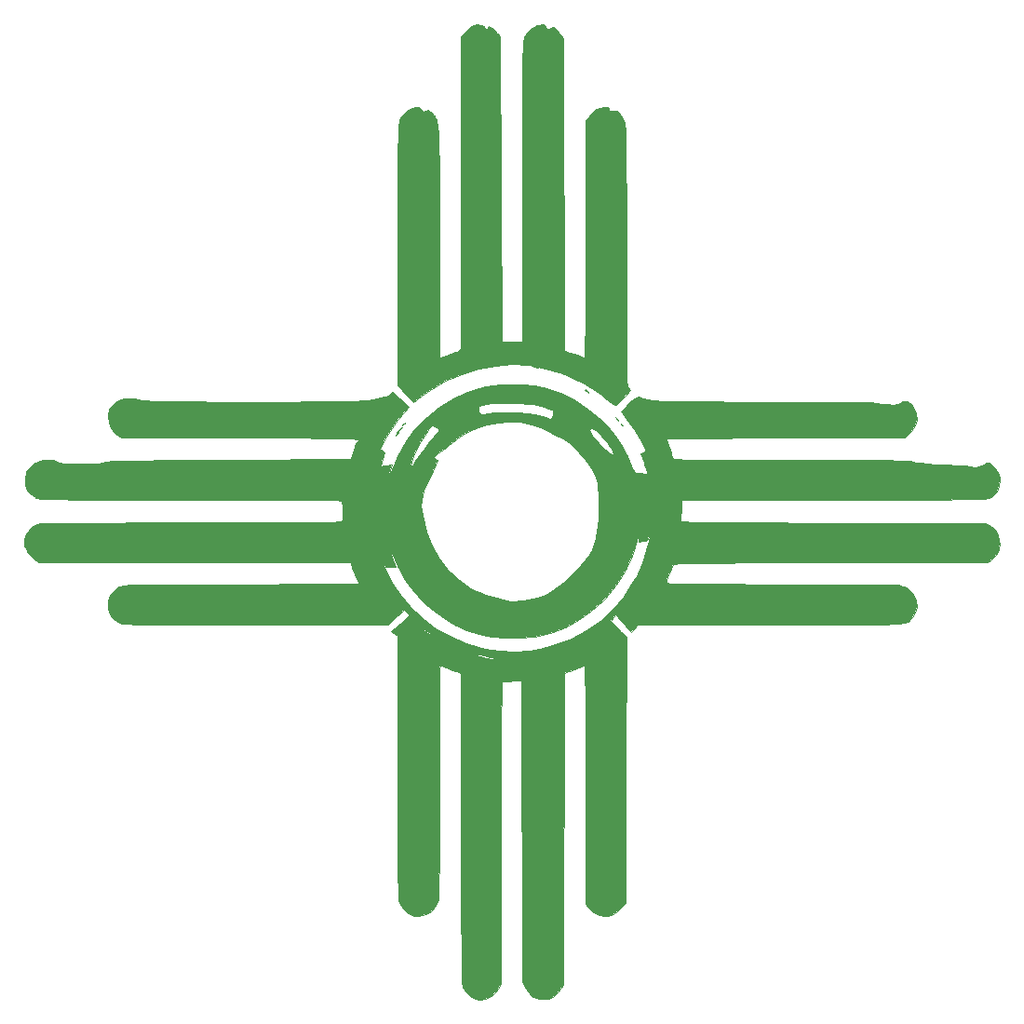
<source format=gbo>
G04 #@! TF.FileFunction,Legend,Bot*
%FSLAX46Y46*%
G04 Gerber Fmt 4.6, Leading zero omitted, Abs format (unit mm)*
G04 Created by KiCad (PCBNEW 4.0.7) date Thursday, July 26, 2018 'PMt' 01:10:45 PM*
%MOMM*%
%LPD*%
G01*
G04 APERTURE LIST*
%ADD10C,0.100000*%
%ADD11C,0.150000*%
%ADD12C,0.010000*%
G04 APERTURE END LIST*
D10*
D11*
X98571000Y-79502000D02*
G75*
G03X98571000Y-79502000I-400000J0D01*
G01*
D12*
G36*
X96618015Y-81446202D02*
X97141874Y-81457575D01*
X97553318Y-81480186D01*
X97896129Y-81518187D01*
X98214090Y-81575735D01*
X98550981Y-81656983D01*
X98740331Y-81707826D01*
X100220232Y-82208446D01*
X101588786Y-82867306D01*
X102836046Y-83678728D01*
X103952068Y-84637031D01*
X104062356Y-84747080D01*
X104970769Y-85755922D01*
X105723554Y-86798143D01*
X106354100Y-87926299D01*
X106895797Y-89192951D01*
X106908826Y-89227748D01*
X107043465Y-89571676D01*
X107142226Y-89790884D01*
X107193639Y-89862150D01*
X107194097Y-89831040D01*
X108137960Y-89831040D01*
X108187960Y-89881040D01*
X108237960Y-89831040D01*
X108187960Y-89781040D01*
X108137960Y-89831040D01*
X107194097Y-89831040D01*
X107194466Y-89806040D01*
X107142959Y-89481040D01*
X107582126Y-89481040D01*
X107878861Y-89508207D01*
X108052850Y-89579684D01*
X108071731Y-89606040D01*
X108116532Y-89652412D01*
X108130065Y-89572017D01*
X108103227Y-89409747D01*
X108024787Y-89111894D01*
X107909288Y-88731621D01*
X107853447Y-88560781D01*
X107568934Y-87708569D01*
X107798857Y-87569060D01*
X108028780Y-87429550D01*
X107700450Y-86777191D01*
X106938536Y-85456228D01*
X106205175Y-84457452D01*
X105979536Y-84175541D01*
X105813739Y-83959054D01*
X105739299Y-83849323D01*
X105737960Y-83844709D01*
X105807576Y-83765829D01*
X105995078Y-83584918D01*
X106268445Y-83332336D01*
X106474068Y-83146739D01*
X106817833Y-82844652D01*
X107054461Y-82658356D01*
X107222422Y-82566535D01*
X107360186Y-82547874D01*
X107499068Y-82578790D01*
X107708463Y-82645208D01*
X107897439Y-82703893D01*
X108079102Y-82755328D01*
X108266559Y-82799997D01*
X108472916Y-82838382D01*
X108711280Y-82870968D01*
X108994755Y-82898238D01*
X109336450Y-82920674D01*
X109749470Y-82938762D01*
X110246921Y-82952983D01*
X110841909Y-82963821D01*
X111547541Y-82971760D01*
X112376924Y-82977284D01*
X113343162Y-82980874D01*
X114459363Y-82983016D01*
X115738633Y-82984192D01*
X117194078Y-82984885D01*
X118524443Y-82985431D01*
X120172339Y-82987250D01*
X121709149Y-82991098D01*
X123125415Y-82996881D01*
X124411677Y-83004502D01*
X125558475Y-83013866D01*
X126556351Y-83024877D01*
X127395844Y-83037441D01*
X128067495Y-83051462D01*
X128561846Y-83066844D01*
X128869435Y-83083492D01*
X128937960Y-83090471D01*
X129569819Y-83173935D01*
X130038213Y-83229685D01*
X130377750Y-83257699D01*
X130623039Y-83257955D01*
X130808688Y-83230429D01*
X130969305Y-83175097D01*
X131139499Y-83091937D01*
X131145143Y-83088997D01*
X131406154Y-82961796D01*
X131579611Y-82925721D01*
X131753739Y-82976486D01*
X131905318Y-83052074D01*
X132170188Y-83236683D01*
X132364845Y-83453188D01*
X132380897Y-83481186D01*
X132619100Y-84077120D01*
X132671482Y-84614642D01*
X132534323Y-85118039D01*
X132203904Y-85611599D01*
X132025252Y-85803271D01*
X131547483Y-86281040D01*
X120692721Y-86281040D01*
X119237544Y-86281508D01*
X117839661Y-86282873D01*
X116511923Y-86285073D01*
X115267180Y-86288046D01*
X114118282Y-86291731D01*
X113078079Y-86296066D01*
X112159421Y-86300989D01*
X111375158Y-86306439D01*
X110738142Y-86312356D01*
X110261221Y-86318676D01*
X109957246Y-86325338D01*
X109839067Y-86332281D01*
X109837960Y-86333027D01*
X109872880Y-86445385D01*
X109964282Y-86689044D01*
X110087960Y-87000267D01*
X110217227Y-87343867D01*
X110307544Y-87632590D01*
X110337960Y-87791137D01*
X110405175Y-88002155D01*
X110495102Y-88123897D01*
X110535249Y-88149117D01*
X110609769Y-88171524D01*
X110729824Y-88191284D01*
X110906577Y-88208561D01*
X111151189Y-88223520D01*
X111474822Y-88236324D01*
X111888640Y-88247140D01*
X112403803Y-88256132D01*
X113031475Y-88263463D01*
X113782817Y-88269300D01*
X114668992Y-88273806D01*
X115701161Y-88277147D01*
X116890488Y-88279487D01*
X118248133Y-88280990D01*
X119785260Y-88281822D01*
X121220102Y-88282122D01*
X122923974Y-88282548D01*
X124439375Y-88283566D01*
X125777835Y-88285344D01*
X126950884Y-88288046D01*
X127970051Y-88291839D01*
X128846866Y-88296889D01*
X129592857Y-88303362D01*
X130219555Y-88311423D01*
X130738489Y-88321238D01*
X131161188Y-88332975D01*
X131499181Y-88346797D01*
X131763999Y-88362872D01*
X131967169Y-88381365D01*
X132120223Y-88402443D01*
X132234689Y-88426270D01*
X132287960Y-88441422D01*
X132589406Y-88509111D01*
X133041983Y-88567125D01*
X133659583Y-88616704D01*
X134456101Y-88659093D01*
X134937960Y-88678425D01*
X135599028Y-88707457D01*
X136214686Y-88743447D01*
X136748837Y-88783583D01*
X137165387Y-88825053D01*
X137428241Y-88865045D01*
X137469505Y-88875634D01*
X137996891Y-88940499D01*
X138531943Y-88807898D01*
X138811947Y-88662722D01*
X139030944Y-88539919D01*
X139175097Y-88522599D01*
X139340275Y-88612049D01*
X139423751Y-88670922D01*
X139837672Y-89074348D01*
X140099870Y-89562231D01*
X140205774Y-90093992D01*
X140150810Y-90629053D01*
X139930406Y-91126833D01*
X139728853Y-91378479D01*
X139438292Y-91637976D01*
X139157452Y-91776185D01*
X138866923Y-91834068D01*
X138710269Y-91841558D01*
X138365664Y-91849045D01*
X137845158Y-91856463D01*
X137160801Y-91863744D01*
X136324643Y-91870820D01*
X135348733Y-91877623D01*
X134245120Y-91884085D01*
X133025854Y-91890139D01*
X131702985Y-91895716D01*
X130288563Y-91900750D01*
X128794636Y-91905171D01*
X127233255Y-91908912D01*
X125616470Y-91911905D01*
X124837960Y-91913038D01*
X111287960Y-91931040D01*
X111267207Y-92581040D01*
X111248501Y-92967151D01*
X111221026Y-93309096D01*
X111196451Y-93497318D01*
X111202640Y-93740357D01*
X111274169Y-93869594D01*
X111376449Y-93886534D01*
X111643074Y-93902282D01*
X112077136Y-93916869D01*
X112681730Y-93930325D01*
X113459951Y-93942679D01*
X114414893Y-93953961D01*
X115549649Y-93964200D01*
X116867316Y-93973427D01*
X118370985Y-93981670D01*
X120063753Y-93988961D01*
X121948714Y-93995328D01*
X124028961Y-94000801D01*
X125194924Y-94003316D01*
X138987960Y-94031040D01*
X139359731Y-94264012D01*
X139795501Y-94628890D01*
X140063466Y-95082678D01*
X140175553Y-95648552D01*
X140180433Y-95858494D01*
X140145417Y-96306264D01*
X140030114Y-96653831D01*
X139801555Y-96964438D01*
X139429273Y-97299298D01*
X139083528Y-97579133D01*
X124846636Y-97605086D01*
X122858184Y-97608893D01*
X121060316Y-97612782D01*
X119443617Y-97616868D01*
X117998669Y-97621269D01*
X116716057Y-97626098D01*
X115586366Y-97631473D01*
X114600179Y-97637508D01*
X113748079Y-97644320D01*
X113020652Y-97652023D01*
X112408481Y-97660735D01*
X111902150Y-97670570D01*
X111492243Y-97681645D01*
X111169345Y-97694075D01*
X110924038Y-97707975D01*
X110746908Y-97723462D01*
X110628538Y-97740652D01*
X110559512Y-97759659D01*
X110530414Y-97780600D01*
X110530175Y-97781040D01*
X110352469Y-98141440D01*
X110180453Y-98533177D01*
X110032104Y-98909264D01*
X109925403Y-99222711D01*
X109878328Y-99426528D01*
X109882860Y-99472789D01*
X109966407Y-99491831D01*
X110195710Y-99508872D01*
X110575959Y-99523965D01*
X111112346Y-99537162D01*
X111810060Y-99548516D01*
X112674291Y-99558080D01*
X113710230Y-99565906D01*
X114923067Y-99572048D01*
X116317991Y-99576558D01*
X117900193Y-99579488D01*
X119674864Y-99580892D01*
X120537960Y-99581040D01*
X122005411Y-99581846D01*
X123409166Y-99584197D01*
X124736658Y-99587989D01*
X125975321Y-99593119D01*
X127112587Y-99599486D01*
X128135891Y-99606985D01*
X129032666Y-99615515D01*
X129790346Y-99624972D01*
X130396364Y-99635253D01*
X130838153Y-99646256D01*
X131103148Y-99657877D01*
X131179977Y-99668123D01*
X131308711Y-99749543D01*
X131515381Y-99811524D01*
X131848286Y-99965044D01*
X132171897Y-100261045D01*
X132438643Y-100645707D01*
X132592577Y-101030230D01*
X132655608Y-101624643D01*
X132536932Y-102164400D01*
X132242250Y-102624907D01*
X132216682Y-102651984D01*
X132129950Y-102744701D01*
X132051307Y-102827850D01*
X131969968Y-102901951D01*
X131875148Y-102967525D01*
X131756061Y-103025090D01*
X131601922Y-103075167D01*
X131401947Y-103118275D01*
X131145350Y-103154935D01*
X130821345Y-103185666D01*
X130419148Y-103210988D01*
X129927974Y-103231420D01*
X129337036Y-103247483D01*
X128635551Y-103259696D01*
X127812733Y-103268579D01*
X126857796Y-103274652D01*
X125759956Y-103278434D01*
X124508427Y-103280446D01*
X123092424Y-103281208D01*
X121501163Y-103281238D01*
X119723857Y-103281057D01*
X119164509Y-103281040D01*
X107326685Y-103281040D01*
X106727323Y-103931040D01*
X106007641Y-103147057D01*
X105287960Y-102363075D01*
X105044124Y-102623552D01*
X104800289Y-102884029D01*
X105194124Y-103301619D01*
X105487156Y-103609339D01*
X105787524Y-103920235D01*
X105915287Y-104050618D01*
X106242614Y-104382027D01*
X106215287Y-116460608D01*
X106187960Y-128539190D01*
X105860790Y-128952244D01*
X105445524Y-129351669D01*
X104947655Y-129636568D01*
X104430236Y-129773669D01*
X104290173Y-129781040D01*
X103848292Y-129696770D01*
X103390246Y-129469504D01*
X102984287Y-129137557D01*
X102837960Y-128965813D01*
X102587960Y-128631040D01*
X102561644Y-117806040D01*
X102556890Y-116032412D01*
X102551646Y-114449575D01*
X102545784Y-113048321D01*
X102539176Y-111819440D01*
X102531695Y-110753724D01*
X102523213Y-109841963D01*
X102513602Y-109074950D01*
X102502735Y-108443476D01*
X102490485Y-107938331D01*
X102476723Y-107550308D01*
X102461323Y-107270196D01*
X102444156Y-107088789D01*
X102425095Y-106996876D01*
X102411644Y-106980762D01*
X102250266Y-107020958D01*
X101992679Y-107122178D01*
X101887960Y-107169853D01*
X101523412Y-107324153D01*
X101123198Y-107468321D01*
X101037960Y-107495130D01*
X100587960Y-107631040D01*
X100487960Y-136031040D01*
X100261407Y-136395355D01*
X100030268Y-136694017D01*
X99737563Y-136983255D01*
X99661407Y-137045028D01*
X99404444Y-137214578D01*
X99150153Y-137300846D01*
X98810674Y-137329509D01*
X98683915Y-137330713D01*
X98314624Y-137316563D01*
X98054363Y-137254332D01*
X97813078Y-137115081D01*
X97666785Y-137003870D01*
X97365230Y-136704423D01*
X97096132Y-136338916D01*
X97020830Y-136203870D01*
X96787960Y-135731040D01*
X96736334Y-108331040D01*
X94967160Y-108394482D01*
X94900085Y-109665016D01*
X94891657Y-109926085D01*
X94883657Y-110373491D01*
X94876145Y-110993569D01*
X94869181Y-111772657D01*
X94862822Y-112697092D01*
X94857128Y-113753211D01*
X94852159Y-114927349D01*
X94847972Y-116205844D01*
X94844628Y-117575033D01*
X94842184Y-119021252D01*
X94840701Y-120530838D01*
X94840237Y-122090128D01*
X94840672Y-123418665D01*
X94848334Y-135901779D01*
X94605665Y-136366409D01*
X94289650Y-136788079D01*
X93860982Y-137108352D01*
X93369566Y-137306226D01*
X92865304Y-137360698D01*
X92450686Y-137273383D01*
X92045308Y-137045146D01*
X91682742Y-136725126D01*
X91423699Y-136372145D01*
X91355051Y-136211826D01*
X91337279Y-136102376D01*
X91320968Y-135888103D01*
X91306047Y-135561892D01*
X91292447Y-135116631D01*
X91280096Y-134545205D01*
X91268925Y-133840501D01*
X91258864Y-132995405D01*
X91249842Y-132002804D01*
X91241789Y-130855584D01*
X91234635Y-129546631D01*
X91228310Y-128068832D01*
X91222743Y-126415073D01*
X91217865Y-124578240D01*
X91213604Y-122551221D01*
X91212135Y-121731040D01*
X91187960Y-107631040D01*
X90737960Y-107493710D01*
X90420808Y-107386891D01*
X90065554Y-107244335D01*
X89617790Y-107043375D01*
X89312960Y-106900018D01*
X89302778Y-106992936D01*
X89293003Y-107272891D01*
X89283728Y-107726921D01*
X89275045Y-108342064D01*
X89267046Y-109105355D01*
X89259824Y-110003834D01*
X89253470Y-111024538D01*
X89248077Y-112154503D01*
X89243738Y-113380768D01*
X89240544Y-114690369D01*
X89238587Y-116070345D01*
X89237960Y-117436104D01*
X89237388Y-119236238D01*
X89235607Y-120845154D01*
X89232521Y-122271629D01*
X89228032Y-123524441D01*
X89222044Y-124612371D01*
X89214459Y-125544194D01*
X89205181Y-126328690D01*
X89194112Y-126974638D01*
X89181156Y-127490814D01*
X89166215Y-127885998D01*
X89149193Y-128168968D01*
X89129992Y-128348503D01*
X89116695Y-128412581D01*
X88861076Y-128939123D01*
X88463301Y-129353487D01*
X87960163Y-129632811D01*
X87388453Y-129754238D01*
X86986574Y-129736059D01*
X86507627Y-129568866D01*
X86083405Y-129241239D01*
X85752189Y-128792064D01*
X85557706Y-128284550D01*
X85538142Y-128145826D01*
X85520589Y-127902789D01*
X85504969Y-127547477D01*
X85491204Y-127071930D01*
X85479216Y-126468184D01*
X85468928Y-125728279D01*
X85460262Y-124844251D01*
X85453139Y-123808140D01*
X85447482Y-122611983D01*
X85443214Y-121247818D01*
X85440256Y-119707684D01*
X85438530Y-117983618D01*
X85437960Y-116067658D01*
X85437960Y-105923558D01*
X92362108Y-105923558D01*
X92424433Y-105970986D01*
X92623340Y-106051045D01*
X92902119Y-106145001D01*
X93204059Y-106234124D01*
X93472450Y-106299681D01*
X93537960Y-106311954D01*
X93876497Y-106359574D01*
X94071743Y-106359318D01*
X94174630Y-106311026D01*
X94175716Y-106309950D01*
X94116306Y-106262298D01*
X93898542Y-106192239D01*
X93561215Y-106111024D01*
X93323009Y-106062657D01*
X92919257Y-105990031D01*
X92596594Y-105940260D01*
X92400092Y-105919871D01*
X92362108Y-105923558D01*
X85437960Y-105923558D01*
X85437960Y-105831040D01*
X92137960Y-105831040D01*
X92187960Y-105881040D01*
X92237960Y-105831040D01*
X92187960Y-105781040D01*
X92137960Y-105831040D01*
X85437960Y-105831040D01*
X85437960Y-104431040D01*
X88937960Y-104431040D01*
X88987960Y-104481040D01*
X89037960Y-104431040D01*
X88987960Y-104381040D01*
X88937960Y-104431040D01*
X85437960Y-104431040D01*
X85437960Y-104331040D01*
X88737960Y-104331040D01*
X88787960Y-104381040D01*
X88837960Y-104331040D01*
X88787960Y-104281040D01*
X88737960Y-104331040D01*
X85437960Y-104331040D01*
X85437960Y-104297721D01*
X84887960Y-103882695D01*
X85171577Y-103623462D01*
X87698889Y-103623462D01*
X87817019Y-103767289D01*
X88045870Y-103948425D01*
X88174013Y-104031017D01*
X88470246Y-104201245D01*
X88628082Y-104275346D01*
X88635508Y-104248389D01*
X88582960Y-104198833D01*
X88280400Y-103950612D01*
X88009722Y-103752245D01*
X87805297Y-103626104D01*
X87701498Y-103594558D01*
X87698889Y-103623462D01*
X85171577Y-103623462D01*
X85387960Y-103425683D01*
X85705847Y-103141649D01*
X86019817Y-102871591D01*
X86217199Y-102709752D01*
X86546439Y-102450834D01*
X86272670Y-102165080D01*
X85998900Y-101879327D01*
X85293430Y-102584682D01*
X84587960Y-103290038D01*
X72637905Y-103284366D01*
X70694006Y-103282600D01*
X68901343Y-103279243D01*
X67264652Y-103274336D01*
X65788668Y-103267921D01*
X64478128Y-103260036D01*
X63337766Y-103250723D01*
X62372318Y-103240022D01*
X61586521Y-103227973D01*
X60985109Y-103214617D01*
X60572819Y-103199995D01*
X60354385Y-103184146D01*
X60327577Y-103179217D01*
X59841814Y-102951560D01*
X59470801Y-102592431D01*
X59223719Y-102140228D01*
X59109750Y-101633349D01*
X59138077Y-101110190D01*
X59317881Y-100609150D01*
X59617195Y-100208471D01*
X59711756Y-100110314D01*
X59795629Y-100022933D01*
X59880362Y-99945703D01*
X59977500Y-99878000D01*
X60098588Y-99819199D01*
X60255172Y-99768675D01*
X60458798Y-99725805D01*
X60721011Y-99689964D01*
X61053357Y-99660527D01*
X61467383Y-99636870D01*
X61974633Y-99618369D01*
X62586653Y-99604398D01*
X63314989Y-99594335D01*
X64171186Y-99587553D01*
X65166791Y-99583429D01*
X66313349Y-99581339D01*
X67622406Y-99580657D01*
X69105507Y-99580759D01*
X70774198Y-99581022D01*
X71218081Y-99581039D01*
X72656279Y-99580485D01*
X74038000Y-99578872D01*
X75350132Y-99576273D01*
X76579567Y-99572762D01*
X77713194Y-99568413D01*
X78737902Y-99563300D01*
X79640581Y-99557496D01*
X80408121Y-99551076D01*
X81027411Y-99544113D01*
X81485343Y-99536680D01*
X81768804Y-99528852D01*
X81864527Y-99521139D01*
X81857633Y-99405609D01*
X81772096Y-99180486D01*
X81706194Y-99046200D01*
X81539832Y-98685784D01*
X81381173Y-98273446D01*
X81334413Y-98131101D01*
X81180866Y-97631040D01*
X67134413Y-97606076D01*
X65470869Y-97603122D01*
X63860193Y-97600268D01*
X62313927Y-97597532D01*
X60843617Y-97594936D01*
X59460805Y-97592499D01*
X58177035Y-97590242D01*
X57003853Y-97588185D01*
X55952801Y-97586349D01*
X55035423Y-97584753D01*
X54263264Y-97583417D01*
X53647867Y-97582363D01*
X53200776Y-97581609D01*
X52933535Y-97581177D01*
X52858198Y-97581076D01*
X52644362Y-97504112D01*
X52351977Y-97290426D01*
X52150667Y-97103271D01*
X52002412Y-96919715D01*
X83865951Y-96919715D01*
X83876358Y-97034351D01*
X83959694Y-97289751D01*
X84099525Y-97647749D01*
X84279420Y-98070181D01*
X84482947Y-98518885D01*
X84693675Y-98955695D01*
X84895172Y-99342447D01*
X84955452Y-99450164D01*
X85751018Y-100647437D01*
X86710826Y-101761603D01*
X87809101Y-102771950D01*
X89020068Y-103657765D01*
X90317953Y-104398338D01*
X91676978Y-104972956D01*
X91937960Y-105061009D01*
X93363818Y-105451299D01*
X94731861Y-105672375D01*
X96086342Y-105727018D01*
X97471518Y-105618006D01*
X98383627Y-105465806D01*
X99870449Y-105073737D01*
X101292578Y-104505123D01*
X102632517Y-103773183D01*
X103872769Y-102891136D01*
X104995835Y-101872199D01*
X105984220Y-100729594D01*
X106820426Y-99476538D01*
X107167702Y-98829475D01*
X107701977Y-97642731D01*
X108087204Y-96529888D01*
X108281373Y-95747555D01*
X108362905Y-95326374D01*
X108410475Y-95026154D01*
X108423568Y-94863596D01*
X108401667Y-94855400D01*
X108344256Y-95018265D01*
X108298885Y-95181040D01*
X108214605Y-95456269D01*
X108112755Y-95592681D01*
X107930536Y-95646276D01*
X107759835Y-95661734D01*
X107340225Y-95692428D01*
X107392822Y-95211734D01*
X107405481Y-95034789D01*
X107384444Y-95025488D01*
X107325858Y-95192299D01*
X107225871Y-95543692D01*
X107202142Y-95631040D01*
X106756522Y-97010120D01*
X106193893Y-98253547D01*
X105491209Y-99402219D01*
X104625425Y-100497033D01*
X104200542Y-100958005D01*
X103081522Y-101998270D01*
X101898019Y-102852042D01*
X100643095Y-103522058D01*
X99309811Y-104011058D01*
X97891227Y-104321779D01*
X96380405Y-104456960D01*
X95345745Y-104451995D01*
X94031668Y-104343486D01*
X92836350Y-104116916D01*
X91707535Y-103757923D01*
X90592964Y-103252142D01*
X90192975Y-103035769D01*
X89042572Y-102281673D01*
X87963283Y-101363552D01*
X86981574Y-100312329D01*
X86123909Y-99158931D01*
X85416753Y-97934284D01*
X84988300Y-96953810D01*
X84880053Y-96692230D01*
X84796387Y-96537815D01*
X84767475Y-96518190D01*
X84781506Y-96624049D01*
X84855884Y-96867813D01*
X84975724Y-97202075D01*
X85011507Y-97295420D01*
X85297149Y-98031040D01*
X84343646Y-98031040D01*
X84127392Y-97452783D01*
X84008602Y-97159393D01*
X83913220Y-96967578D01*
X83865951Y-96919715D01*
X52002412Y-96919715D01*
X51769253Y-96631040D01*
X83737960Y-96631040D01*
X83787960Y-96681040D01*
X83837960Y-96631040D01*
X83787960Y-96581040D01*
X83737960Y-96631040D01*
X51769253Y-96631040D01*
X51739054Y-96593651D01*
X51629669Y-96331040D01*
X83637960Y-96331040D01*
X83687960Y-96381040D01*
X83737960Y-96331040D01*
X83687960Y-96281040D01*
X83637960Y-96331040D01*
X51629669Y-96331040D01*
X51584545Y-96222706D01*
X84645854Y-96222706D01*
X84664240Y-96352408D01*
X84698376Y-96353956D01*
X84722248Y-96220117D01*
X84706271Y-96162290D01*
X84661868Y-96124411D01*
X84645854Y-96222706D01*
X51584545Y-96222706D01*
X51526850Y-96084195D01*
X51521597Y-95881040D01*
X84537960Y-95881040D01*
X84574548Y-95963351D01*
X84604626Y-95947706D01*
X84616594Y-95829030D01*
X84604626Y-95814373D01*
X84545176Y-95828100D01*
X84537960Y-95881040D01*
X51521597Y-95881040D01*
X51513541Y-95569539D01*
X51698610Y-95044320D01*
X51920104Y-94701251D01*
X52207630Y-94387468D01*
X52538455Y-94189303D01*
X52935607Y-94068663D01*
X53076964Y-94058742D01*
X53406346Y-94048991D01*
X53911779Y-94039491D01*
X54581289Y-94030322D01*
X55402901Y-94021566D01*
X56364641Y-94013304D01*
X57454534Y-94005618D01*
X58660606Y-93998588D01*
X59970882Y-93992296D01*
X61373387Y-93986822D01*
X62856148Y-93982249D01*
X64407190Y-93978657D01*
X66014538Y-93976128D01*
X66687960Y-93975416D01*
X68311609Y-93973410D01*
X69881740Y-93970428D01*
X71386567Y-93966542D01*
X72814303Y-93961827D01*
X74153163Y-93956357D01*
X75391361Y-93950204D01*
X76517112Y-93943444D01*
X77518629Y-93936149D01*
X78384127Y-93928393D01*
X79101820Y-93920250D01*
X79659923Y-93911794D01*
X80046649Y-93903098D01*
X80250212Y-93894237D01*
X80278465Y-93890406D01*
X80370488Y-93833440D01*
X80426473Y-93721089D01*
X80454330Y-93511882D01*
X80461969Y-93164350D01*
X80460763Y-92934704D01*
X80443677Y-92451183D01*
X87586405Y-92451183D01*
X87624709Y-92954483D01*
X87686831Y-93309709D01*
X88070957Y-94772671D01*
X88587913Y-96090499D01*
X89236338Y-97261229D01*
X90014867Y-98282895D01*
X90922139Y-99153531D01*
X91956789Y-99871172D01*
X92406701Y-100115298D01*
X92904753Y-100337985D01*
X93486039Y-100553115D01*
X94108978Y-100749923D01*
X94731986Y-100917644D01*
X95313480Y-101045512D01*
X95811879Y-101122760D01*
X96185600Y-101138625D01*
X96300175Y-101123303D01*
X96459854Y-101095417D01*
X96738221Y-101054252D01*
X96900175Y-101032055D01*
X97795110Y-100881305D01*
X98521672Y-100687137D01*
X99108427Y-100441006D01*
X99356102Y-100297202D01*
X100507368Y-99447124D01*
X101621526Y-98405983D01*
X102139895Y-97841491D01*
X102557763Y-97343475D01*
X102872898Y-96904259D01*
X103111178Y-96470048D01*
X103298481Y-95987048D01*
X103460685Y-95401463D01*
X103588077Y-94831040D01*
X103657181Y-94381040D01*
X107453749Y-94381040D01*
X107469464Y-94523003D01*
X107504188Y-94506040D01*
X107517395Y-94301305D01*
X107504188Y-94256040D01*
X107467688Y-94243477D01*
X107453749Y-94381040D01*
X103657181Y-94381040D01*
X103671012Y-94290974D01*
X103727473Y-93622806D01*
X103757129Y-92882220D01*
X103759651Y-92124902D01*
X103734709Y-91406538D01*
X103685346Y-90822706D01*
X107345854Y-90822706D01*
X107364240Y-90952408D01*
X107398376Y-90953956D01*
X107422248Y-90820117D01*
X107406271Y-90762290D01*
X107361868Y-90724411D01*
X107345854Y-90822706D01*
X103685346Y-90822706D01*
X103681973Y-90782814D01*
X103616915Y-90381040D01*
X107253749Y-90381040D01*
X107269464Y-90523003D01*
X107304188Y-90506040D01*
X107317395Y-90301305D01*
X107304188Y-90256040D01*
X107267688Y-90243477D01*
X107253749Y-90381040D01*
X103616915Y-90381040D01*
X103614536Y-90366349D01*
X103379678Y-89620133D01*
X103004469Y-88894972D01*
X102471966Y-88163559D01*
X101785962Y-87419140D01*
X101421107Y-87062828D01*
X101116721Y-86788209D01*
X100826768Y-86563594D01*
X100505212Y-86357296D01*
X100106016Y-86137628D01*
X99583146Y-85872903D01*
X99427974Y-85796099D01*
X98961312Y-85577325D01*
X102887886Y-85577325D01*
X102966367Y-85768577D01*
X103167842Y-86049833D01*
X103501315Y-86437324D01*
X103846312Y-86810454D01*
X104259436Y-87241931D01*
X104561322Y-87538113D01*
X104771270Y-87715229D01*
X104908582Y-87789511D01*
X104992557Y-87777187D01*
X104994287Y-87775788D01*
X105047444Y-87684839D01*
X105017578Y-87535565D01*
X104891550Y-87288532D01*
X104758144Y-87067021D01*
X104501594Y-86698723D01*
X104192442Y-86323292D01*
X103863628Y-85973141D01*
X103548093Y-85680681D01*
X103278776Y-85478327D01*
X103088619Y-85398490D01*
X103063889Y-85399898D01*
X102923395Y-85459843D01*
X102887886Y-85577325D01*
X98961312Y-85577325D01*
X98615533Y-85415222D01*
X97913344Y-85137524D01*
X97269330Y-84949355D01*
X96631411Y-84837066D01*
X95947511Y-84787007D01*
X95554998Y-84781040D01*
X94561592Y-84852712D01*
X93549716Y-85056687D01*
X92564362Y-85376399D01*
X91650524Y-85795282D01*
X90853198Y-86296772D01*
X90396758Y-86680130D01*
X90108202Y-86950638D01*
X89874009Y-87157957D01*
X89730940Y-87270046D01*
X89707390Y-87281040D01*
X89584039Y-87336118D01*
X89370865Y-87473374D01*
X89124711Y-87650840D01*
X88902423Y-87826548D01*
X88760843Y-87958531D01*
X88737960Y-87996771D01*
X88815413Y-88099229D01*
X88937286Y-88180679D01*
X89019298Y-88235769D01*
X89052711Y-88313257D01*
X89028208Y-88447174D01*
X88936476Y-88671549D01*
X88768199Y-89020413D01*
X88633823Y-89289283D01*
X88232816Y-90119505D01*
X87935471Y-90817270D01*
X87733886Y-91416113D01*
X87620164Y-91949572D01*
X87586405Y-92451183D01*
X80443677Y-92451183D01*
X80443161Y-92436596D01*
X80399972Y-92122069D01*
X80329029Y-91976081D01*
X80322013Y-91971184D01*
X80208075Y-91961509D01*
X79905733Y-91952148D01*
X79426581Y-91943169D01*
X78782216Y-91934640D01*
X77984232Y-91926632D01*
X77044224Y-91919211D01*
X75973789Y-91912449D01*
X74784520Y-91906412D01*
X73488014Y-91901171D01*
X72095866Y-91896793D01*
X70619671Y-91893348D01*
X69071024Y-91890905D01*
X67461521Y-91889531D01*
X66517556Y-91889254D01*
X64589017Y-91889016D01*
X62850329Y-91888579D01*
X61291346Y-91887802D01*
X59901919Y-91886544D01*
X58671900Y-91884666D01*
X57591142Y-91882026D01*
X56649496Y-91878484D01*
X55836814Y-91873899D01*
X55142948Y-91868130D01*
X54557751Y-91861037D01*
X54071075Y-91852479D01*
X53672771Y-91842316D01*
X53352692Y-91830407D01*
X53100689Y-91816611D01*
X52906616Y-91800788D01*
X52760323Y-91782796D01*
X52651663Y-91762496D01*
X52570487Y-91739747D01*
X52506649Y-91714408D01*
X52465801Y-91694521D01*
X52008102Y-91361050D01*
X51700351Y-90929584D01*
X51684959Y-90881040D01*
X84337960Y-90881040D01*
X84374548Y-90963351D01*
X84404626Y-90947706D01*
X84416594Y-90829030D01*
X84404626Y-90814373D01*
X84345176Y-90828100D01*
X84337960Y-90881040D01*
X51684959Y-90881040D01*
X51543801Y-90435881D01*
X51543698Y-90422706D01*
X84445854Y-90422706D01*
X84464240Y-90552408D01*
X84498376Y-90553956D01*
X84522248Y-90420117D01*
X84506271Y-90362290D01*
X84461868Y-90324411D01*
X84445854Y-90422706D01*
X51543698Y-90422706D01*
X51539707Y-89915702D01*
X51637712Y-89581040D01*
X83637960Y-89581040D01*
X83674548Y-89663351D01*
X83704626Y-89647706D01*
X83716594Y-89529030D01*
X83704626Y-89514373D01*
X83645176Y-89528100D01*
X83637960Y-89581040D01*
X51637712Y-89581040D01*
X51689322Y-89404806D01*
X51993903Y-88938953D01*
X52357857Y-88617251D01*
X52739424Y-88432399D01*
X53210726Y-88317215D01*
X53704842Y-88277131D01*
X54154849Y-88317580D01*
X54493613Y-88443856D01*
X54617152Y-88511630D01*
X54770876Y-88560981D01*
X54986410Y-88594741D01*
X55295381Y-88615742D01*
X55729416Y-88626816D01*
X56320142Y-88630797D01*
X56583689Y-88631040D01*
X57296283Y-88626705D01*
X57837472Y-88612382D01*
X58235690Y-88586091D01*
X58519372Y-88545852D01*
X58716953Y-88489684D01*
X58737960Y-88481040D01*
X58814406Y-88457171D01*
X58933791Y-88435669D01*
X59106989Y-88416342D01*
X59344878Y-88399001D01*
X59658334Y-88383455D01*
X60058232Y-88369511D01*
X60555450Y-88356981D01*
X61160864Y-88345672D01*
X61885350Y-88335394D01*
X62739784Y-88325957D01*
X63735043Y-88317169D01*
X64882003Y-88308839D01*
X66191540Y-88300777D01*
X67674531Y-88292793D01*
X69341853Y-88284694D01*
X70137960Y-88281040D01*
X81187960Y-88231040D01*
X81437960Y-87462718D01*
X81563668Y-87094753D01*
X81674622Y-86802526D01*
X81751128Y-86637038D01*
X81762960Y-86621052D01*
X81815001Y-86568070D01*
X81849510Y-86520899D01*
X81855854Y-86479202D01*
X81823398Y-86442642D01*
X81741509Y-86410879D01*
X81599555Y-86383578D01*
X81386900Y-86360399D01*
X81092912Y-86341007D01*
X80706958Y-86325063D01*
X80218403Y-86312229D01*
X79616614Y-86302169D01*
X78890957Y-86294544D01*
X78030800Y-86289018D01*
X77025509Y-86285251D01*
X75864449Y-86282908D01*
X74536988Y-86281650D01*
X73032492Y-86281140D01*
X71340327Y-86281040D01*
X60266117Y-86281040D01*
X59803867Y-85874150D01*
X59393627Y-85398320D01*
X59158310Y-84864521D01*
X59102903Y-84303404D01*
X59232399Y-83745620D01*
X59404310Y-83420120D01*
X59638214Y-83172394D01*
X59975493Y-82934174D01*
X60330296Y-82759622D01*
X60537960Y-82704907D01*
X61026643Y-82675694D01*
X61505027Y-82696258D01*
X61904400Y-82761040D01*
X62103756Y-82831579D01*
X62252735Y-82857489D01*
X62585129Y-82881234D01*
X63084362Y-82902806D01*
X63733860Y-82922197D01*
X64517049Y-82939396D01*
X65417355Y-82954397D01*
X66418203Y-82967190D01*
X67503019Y-82977766D01*
X68655228Y-82986118D01*
X69858256Y-82992235D01*
X71095529Y-82996110D01*
X72350471Y-82997735D01*
X73606510Y-82997099D01*
X74847071Y-82994196D01*
X76055578Y-82989015D01*
X77215458Y-82981549D01*
X78310137Y-82971788D01*
X79323039Y-82959725D01*
X80237592Y-82945350D01*
X81037219Y-82928655D01*
X81705348Y-82909632D01*
X82225402Y-82888270D01*
X82580810Y-82864563D01*
X82741950Y-82842340D01*
X83174794Y-82747561D01*
X83657273Y-82663548D01*
X83876377Y-82633468D01*
X84308472Y-82550370D01*
X84602075Y-82410671D01*
X84705922Y-82322167D01*
X84880599Y-82159627D01*
X84987765Y-82082114D01*
X84993199Y-82081039D01*
X85078776Y-82147278D01*
X85272316Y-82325762D01*
X85541542Y-82586141D01*
X85743200Y-82786290D01*
X86447052Y-83491540D01*
X85978548Y-84011290D01*
X85430171Y-84672496D01*
X84892977Y-85414961D01*
X84421548Y-86160087D01*
X84179994Y-86601197D01*
X83840323Y-87271354D01*
X84060057Y-87425262D01*
X84279792Y-87579170D01*
X84000103Y-88437998D01*
X83881781Y-88822025D01*
X83799817Y-89129150D01*
X83765705Y-89314068D01*
X83769670Y-89346084D01*
X83821935Y-89297093D01*
X83881298Y-89111082D01*
X83884357Y-89097443D01*
X83942669Y-88915757D01*
X84053342Y-88821463D01*
X84276500Y-88778076D01*
X84431694Y-88765292D01*
X84913602Y-88731040D01*
X84773046Y-89181040D01*
X84650311Y-89596838D01*
X84590087Y-89848358D01*
X84589785Y-89929135D01*
X84646813Y-89832701D01*
X84758581Y-89552592D01*
X84835682Y-89337337D01*
X85070478Y-88778828D01*
X86642029Y-88778828D01*
X86659124Y-88861525D01*
X86743255Y-88817445D01*
X86767443Y-88797804D01*
X86884860Y-88664318D01*
X87082680Y-88402040D01*
X87332437Y-88049949D01*
X87583309Y-87680665D01*
X87904426Y-87217794D01*
X88250721Y-86750196D01*
X88573386Y-86342369D01*
X88758585Y-86127509D01*
X89017623Y-85838996D01*
X89157325Y-85658009D01*
X89195128Y-85546155D01*
X89148471Y-85465039D01*
X89083405Y-85412321D01*
X88801730Y-85217070D01*
X88615707Y-85151164D01*
X88468863Y-85214107D01*
X88304728Y-85405401D01*
X88304672Y-85405475D01*
X87864892Y-86037462D01*
X87460695Y-86704795D01*
X87115303Y-87362720D01*
X86851935Y-87966486D01*
X86693814Y-88471338D01*
X86680706Y-88535248D01*
X86642029Y-88778828D01*
X85070478Y-88778828D01*
X85426863Y-87931098D01*
X86179726Y-86623190D01*
X87080594Y-85428105D01*
X88115787Y-84360340D01*
X89189370Y-83500287D01*
X92792752Y-83500287D01*
X92827754Y-83741100D01*
X92847471Y-83819270D01*
X92930115Y-84063327D01*
X93029029Y-84157475D01*
X93197800Y-84148291D01*
X93220482Y-84143505D01*
X94219283Y-83985180D01*
X95285718Y-83918978D01*
X96365800Y-83942294D01*
X97405547Y-84052524D01*
X98350974Y-84247063D01*
X98887960Y-84416970D01*
X99202900Y-84519706D01*
X99387990Y-84522147D01*
X99494107Y-84409657D01*
X99557027Y-84224524D01*
X99601532Y-83978269D01*
X99594610Y-83816445D01*
X99463020Y-83704717D01*
X99162848Y-83577690D01*
X98723978Y-83444782D01*
X98176295Y-83315410D01*
X97734476Y-83230286D01*
X97228865Y-83162791D01*
X96632745Y-83117581D01*
X95981010Y-83093662D01*
X95308552Y-83090040D01*
X94650268Y-83105720D01*
X94041050Y-83139710D01*
X93515792Y-83191016D01*
X93109390Y-83258643D01*
X92856737Y-83341598D01*
X92814949Y-83370399D01*
X92792752Y-83500287D01*
X89189370Y-83500287D01*
X89271629Y-83434389D01*
X90534440Y-82664746D01*
X91589321Y-82180499D01*
X92280171Y-81920948D01*
X92898858Y-81727634D01*
X93496840Y-81591816D01*
X94125575Y-81504755D01*
X94836521Y-81457710D01*
X95681138Y-81441943D01*
X95937960Y-81441912D01*
X96618015Y-81446202D01*
X96618015Y-81446202D01*
G37*
X96618015Y-81446202D02*
X97141874Y-81457575D01*
X97553318Y-81480186D01*
X97896129Y-81518187D01*
X98214090Y-81575735D01*
X98550981Y-81656983D01*
X98740331Y-81707826D01*
X100220232Y-82208446D01*
X101588786Y-82867306D01*
X102836046Y-83678728D01*
X103952068Y-84637031D01*
X104062356Y-84747080D01*
X104970769Y-85755922D01*
X105723554Y-86798143D01*
X106354100Y-87926299D01*
X106895797Y-89192951D01*
X106908826Y-89227748D01*
X107043465Y-89571676D01*
X107142226Y-89790884D01*
X107193639Y-89862150D01*
X107194097Y-89831040D01*
X108137960Y-89831040D01*
X108187960Y-89881040D01*
X108237960Y-89831040D01*
X108187960Y-89781040D01*
X108137960Y-89831040D01*
X107194097Y-89831040D01*
X107194466Y-89806040D01*
X107142959Y-89481040D01*
X107582126Y-89481040D01*
X107878861Y-89508207D01*
X108052850Y-89579684D01*
X108071731Y-89606040D01*
X108116532Y-89652412D01*
X108130065Y-89572017D01*
X108103227Y-89409747D01*
X108024787Y-89111894D01*
X107909288Y-88731621D01*
X107853447Y-88560781D01*
X107568934Y-87708569D01*
X107798857Y-87569060D01*
X108028780Y-87429550D01*
X107700450Y-86777191D01*
X106938536Y-85456228D01*
X106205175Y-84457452D01*
X105979536Y-84175541D01*
X105813739Y-83959054D01*
X105739299Y-83849323D01*
X105737960Y-83844709D01*
X105807576Y-83765829D01*
X105995078Y-83584918D01*
X106268445Y-83332336D01*
X106474068Y-83146739D01*
X106817833Y-82844652D01*
X107054461Y-82658356D01*
X107222422Y-82566535D01*
X107360186Y-82547874D01*
X107499068Y-82578790D01*
X107708463Y-82645208D01*
X107897439Y-82703893D01*
X108079102Y-82755328D01*
X108266559Y-82799997D01*
X108472916Y-82838382D01*
X108711280Y-82870968D01*
X108994755Y-82898238D01*
X109336450Y-82920674D01*
X109749470Y-82938762D01*
X110246921Y-82952983D01*
X110841909Y-82963821D01*
X111547541Y-82971760D01*
X112376924Y-82977284D01*
X113343162Y-82980874D01*
X114459363Y-82983016D01*
X115738633Y-82984192D01*
X117194078Y-82984885D01*
X118524443Y-82985431D01*
X120172339Y-82987250D01*
X121709149Y-82991098D01*
X123125415Y-82996881D01*
X124411677Y-83004502D01*
X125558475Y-83013866D01*
X126556351Y-83024877D01*
X127395844Y-83037441D01*
X128067495Y-83051462D01*
X128561846Y-83066844D01*
X128869435Y-83083492D01*
X128937960Y-83090471D01*
X129569819Y-83173935D01*
X130038213Y-83229685D01*
X130377750Y-83257699D01*
X130623039Y-83257955D01*
X130808688Y-83230429D01*
X130969305Y-83175097D01*
X131139499Y-83091937D01*
X131145143Y-83088997D01*
X131406154Y-82961796D01*
X131579611Y-82925721D01*
X131753739Y-82976486D01*
X131905318Y-83052074D01*
X132170188Y-83236683D01*
X132364845Y-83453188D01*
X132380897Y-83481186D01*
X132619100Y-84077120D01*
X132671482Y-84614642D01*
X132534323Y-85118039D01*
X132203904Y-85611599D01*
X132025252Y-85803271D01*
X131547483Y-86281040D01*
X120692721Y-86281040D01*
X119237544Y-86281508D01*
X117839661Y-86282873D01*
X116511923Y-86285073D01*
X115267180Y-86288046D01*
X114118282Y-86291731D01*
X113078079Y-86296066D01*
X112159421Y-86300989D01*
X111375158Y-86306439D01*
X110738142Y-86312356D01*
X110261221Y-86318676D01*
X109957246Y-86325338D01*
X109839067Y-86332281D01*
X109837960Y-86333027D01*
X109872880Y-86445385D01*
X109964282Y-86689044D01*
X110087960Y-87000267D01*
X110217227Y-87343867D01*
X110307544Y-87632590D01*
X110337960Y-87791137D01*
X110405175Y-88002155D01*
X110495102Y-88123897D01*
X110535249Y-88149117D01*
X110609769Y-88171524D01*
X110729824Y-88191284D01*
X110906577Y-88208561D01*
X111151189Y-88223520D01*
X111474822Y-88236324D01*
X111888640Y-88247140D01*
X112403803Y-88256132D01*
X113031475Y-88263463D01*
X113782817Y-88269300D01*
X114668992Y-88273806D01*
X115701161Y-88277147D01*
X116890488Y-88279487D01*
X118248133Y-88280990D01*
X119785260Y-88281822D01*
X121220102Y-88282122D01*
X122923974Y-88282548D01*
X124439375Y-88283566D01*
X125777835Y-88285344D01*
X126950884Y-88288046D01*
X127970051Y-88291839D01*
X128846866Y-88296889D01*
X129592857Y-88303362D01*
X130219555Y-88311423D01*
X130738489Y-88321238D01*
X131161188Y-88332975D01*
X131499181Y-88346797D01*
X131763999Y-88362872D01*
X131967169Y-88381365D01*
X132120223Y-88402443D01*
X132234689Y-88426270D01*
X132287960Y-88441422D01*
X132589406Y-88509111D01*
X133041983Y-88567125D01*
X133659583Y-88616704D01*
X134456101Y-88659093D01*
X134937960Y-88678425D01*
X135599028Y-88707457D01*
X136214686Y-88743447D01*
X136748837Y-88783583D01*
X137165387Y-88825053D01*
X137428241Y-88865045D01*
X137469505Y-88875634D01*
X137996891Y-88940499D01*
X138531943Y-88807898D01*
X138811947Y-88662722D01*
X139030944Y-88539919D01*
X139175097Y-88522599D01*
X139340275Y-88612049D01*
X139423751Y-88670922D01*
X139837672Y-89074348D01*
X140099870Y-89562231D01*
X140205774Y-90093992D01*
X140150810Y-90629053D01*
X139930406Y-91126833D01*
X139728853Y-91378479D01*
X139438292Y-91637976D01*
X139157452Y-91776185D01*
X138866923Y-91834068D01*
X138710269Y-91841558D01*
X138365664Y-91849045D01*
X137845158Y-91856463D01*
X137160801Y-91863744D01*
X136324643Y-91870820D01*
X135348733Y-91877623D01*
X134245120Y-91884085D01*
X133025854Y-91890139D01*
X131702985Y-91895716D01*
X130288563Y-91900750D01*
X128794636Y-91905171D01*
X127233255Y-91908912D01*
X125616470Y-91911905D01*
X124837960Y-91913038D01*
X111287960Y-91931040D01*
X111267207Y-92581040D01*
X111248501Y-92967151D01*
X111221026Y-93309096D01*
X111196451Y-93497318D01*
X111202640Y-93740357D01*
X111274169Y-93869594D01*
X111376449Y-93886534D01*
X111643074Y-93902282D01*
X112077136Y-93916869D01*
X112681730Y-93930325D01*
X113459951Y-93942679D01*
X114414893Y-93953961D01*
X115549649Y-93964200D01*
X116867316Y-93973427D01*
X118370985Y-93981670D01*
X120063753Y-93988961D01*
X121948714Y-93995328D01*
X124028961Y-94000801D01*
X125194924Y-94003316D01*
X138987960Y-94031040D01*
X139359731Y-94264012D01*
X139795501Y-94628890D01*
X140063466Y-95082678D01*
X140175553Y-95648552D01*
X140180433Y-95858494D01*
X140145417Y-96306264D01*
X140030114Y-96653831D01*
X139801555Y-96964438D01*
X139429273Y-97299298D01*
X139083528Y-97579133D01*
X124846636Y-97605086D01*
X122858184Y-97608893D01*
X121060316Y-97612782D01*
X119443617Y-97616868D01*
X117998669Y-97621269D01*
X116716057Y-97626098D01*
X115586366Y-97631473D01*
X114600179Y-97637508D01*
X113748079Y-97644320D01*
X113020652Y-97652023D01*
X112408481Y-97660735D01*
X111902150Y-97670570D01*
X111492243Y-97681645D01*
X111169345Y-97694075D01*
X110924038Y-97707975D01*
X110746908Y-97723462D01*
X110628538Y-97740652D01*
X110559512Y-97759659D01*
X110530414Y-97780600D01*
X110530175Y-97781040D01*
X110352469Y-98141440D01*
X110180453Y-98533177D01*
X110032104Y-98909264D01*
X109925403Y-99222711D01*
X109878328Y-99426528D01*
X109882860Y-99472789D01*
X109966407Y-99491831D01*
X110195710Y-99508872D01*
X110575959Y-99523965D01*
X111112346Y-99537162D01*
X111810060Y-99548516D01*
X112674291Y-99558080D01*
X113710230Y-99565906D01*
X114923067Y-99572048D01*
X116317991Y-99576558D01*
X117900193Y-99579488D01*
X119674864Y-99580892D01*
X120537960Y-99581040D01*
X122005411Y-99581846D01*
X123409166Y-99584197D01*
X124736658Y-99587989D01*
X125975321Y-99593119D01*
X127112587Y-99599486D01*
X128135891Y-99606985D01*
X129032666Y-99615515D01*
X129790346Y-99624972D01*
X130396364Y-99635253D01*
X130838153Y-99646256D01*
X131103148Y-99657877D01*
X131179977Y-99668123D01*
X131308711Y-99749543D01*
X131515381Y-99811524D01*
X131848286Y-99965044D01*
X132171897Y-100261045D01*
X132438643Y-100645707D01*
X132592577Y-101030230D01*
X132655608Y-101624643D01*
X132536932Y-102164400D01*
X132242250Y-102624907D01*
X132216682Y-102651984D01*
X132129950Y-102744701D01*
X132051307Y-102827850D01*
X131969968Y-102901951D01*
X131875148Y-102967525D01*
X131756061Y-103025090D01*
X131601922Y-103075167D01*
X131401947Y-103118275D01*
X131145350Y-103154935D01*
X130821345Y-103185666D01*
X130419148Y-103210988D01*
X129927974Y-103231420D01*
X129337036Y-103247483D01*
X128635551Y-103259696D01*
X127812733Y-103268579D01*
X126857796Y-103274652D01*
X125759956Y-103278434D01*
X124508427Y-103280446D01*
X123092424Y-103281208D01*
X121501163Y-103281238D01*
X119723857Y-103281057D01*
X119164509Y-103281040D01*
X107326685Y-103281040D01*
X106727323Y-103931040D01*
X106007641Y-103147057D01*
X105287960Y-102363075D01*
X105044124Y-102623552D01*
X104800289Y-102884029D01*
X105194124Y-103301619D01*
X105487156Y-103609339D01*
X105787524Y-103920235D01*
X105915287Y-104050618D01*
X106242614Y-104382027D01*
X106215287Y-116460608D01*
X106187960Y-128539190D01*
X105860790Y-128952244D01*
X105445524Y-129351669D01*
X104947655Y-129636568D01*
X104430236Y-129773669D01*
X104290173Y-129781040D01*
X103848292Y-129696770D01*
X103390246Y-129469504D01*
X102984287Y-129137557D01*
X102837960Y-128965813D01*
X102587960Y-128631040D01*
X102561644Y-117806040D01*
X102556890Y-116032412D01*
X102551646Y-114449575D01*
X102545784Y-113048321D01*
X102539176Y-111819440D01*
X102531695Y-110753724D01*
X102523213Y-109841963D01*
X102513602Y-109074950D01*
X102502735Y-108443476D01*
X102490485Y-107938331D01*
X102476723Y-107550308D01*
X102461323Y-107270196D01*
X102444156Y-107088789D01*
X102425095Y-106996876D01*
X102411644Y-106980762D01*
X102250266Y-107020958D01*
X101992679Y-107122178D01*
X101887960Y-107169853D01*
X101523412Y-107324153D01*
X101123198Y-107468321D01*
X101037960Y-107495130D01*
X100587960Y-107631040D01*
X100487960Y-136031040D01*
X100261407Y-136395355D01*
X100030268Y-136694017D01*
X99737563Y-136983255D01*
X99661407Y-137045028D01*
X99404444Y-137214578D01*
X99150153Y-137300846D01*
X98810674Y-137329509D01*
X98683915Y-137330713D01*
X98314624Y-137316563D01*
X98054363Y-137254332D01*
X97813078Y-137115081D01*
X97666785Y-137003870D01*
X97365230Y-136704423D01*
X97096132Y-136338916D01*
X97020830Y-136203870D01*
X96787960Y-135731040D01*
X96736334Y-108331040D01*
X94967160Y-108394482D01*
X94900085Y-109665016D01*
X94891657Y-109926085D01*
X94883657Y-110373491D01*
X94876145Y-110993569D01*
X94869181Y-111772657D01*
X94862822Y-112697092D01*
X94857128Y-113753211D01*
X94852159Y-114927349D01*
X94847972Y-116205844D01*
X94844628Y-117575033D01*
X94842184Y-119021252D01*
X94840701Y-120530838D01*
X94840237Y-122090128D01*
X94840672Y-123418665D01*
X94848334Y-135901779D01*
X94605665Y-136366409D01*
X94289650Y-136788079D01*
X93860982Y-137108352D01*
X93369566Y-137306226D01*
X92865304Y-137360698D01*
X92450686Y-137273383D01*
X92045308Y-137045146D01*
X91682742Y-136725126D01*
X91423699Y-136372145D01*
X91355051Y-136211826D01*
X91337279Y-136102376D01*
X91320968Y-135888103D01*
X91306047Y-135561892D01*
X91292447Y-135116631D01*
X91280096Y-134545205D01*
X91268925Y-133840501D01*
X91258864Y-132995405D01*
X91249842Y-132002804D01*
X91241789Y-130855584D01*
X91234635Y-129546631D01*
X91228310Y-128068832D01*
X91222743Y-126415073D01*
X91217865Y-124578240D01*
X91213604Y-122551221D01*
X91212135Y-121731040D01*
X91187960Y-107631040D01*
X90737960Y-107493710D01*
X90420808Y-107386891D01*
X90065554Y-107244335D01*
X89617790Y-107043375D01*
X89312960Y-106900018D01*
X89302778Y-106992936D01*
X89293003Y-107272891D01*
X89283728Y-107726921D01*
X89275045Y-108342064D01*
X89267046Y-109105355D01*
X89259824Y-110003834D01*
X89253470Y-111024538D01*
X89248077Y-112154503D01*
X89243738Y-113380768D01*
X89240544Y-114690369D01*
X89238587Y-116070345D01*
X89237960Y-117436104D01*
X89237388Y-119236238D01*
X89235607Y-120845154D01*
X89232521Y-122271629D01*
X89228032Y-123524441D01*
X89222044Y-124612371D01*
X89214459Y-125544194D01*
X89205181Y-126328690D01*
X89194112Y-126974638D01*
X89181156Y-127490814D01*
X89166215Y-127885998D01*
X89149193Y-128168968D01*
X89129992Y-128348503D01*
X89116695Y-128412581D01*
X88861076Y-128939123D01*
X88463301Y-129353487D01*
X87960163Y-129632811D01*
X87388453Y-129754238D01*
X86986574Y-129736059D01*
X86507627Y-129568866D01*
X86083405Y-129241239D01*
X85752189Y-128792064D01*
X85557706Y-128284550D01*
X85538142Y-128145826D01*
X85520589Y-127902789D01*
X85504969Y-127547477D01*
X85491204Y-127071930D01*
X85479216Y-126468184D01*
X85468928Y-125728279D01*
X85460262Y-124844251D01*
X85453139Y-123808140D01*
X85447482Y-122611983D01*
X85443214Y-121247818D01*
X85440256Y-119707684D01*
X85438530Y-117983618D01*
X85437960Y-116067658D01*
X85437960Y-105923558D01*
X92362108Y-105923558D01*
X92424433Y-105970986D01*
X92623340Y-106051045D01*
X92902119Y-106145001D01*
X93204059Y-106234124D01*
X93472450Y-106299681D01*
X93537960Y-106311954D01*
X93876497Y-106359574D01*
X94071743Y-106359318D01*
X94174630Y-106311026D01*
X94175716Y-106309950D01*
X94116306Y-106262298D01*
X93898542Y-106192239D01*
X93561215Y-106111024D01*
X93323009Y-106062657D01*
X92919257Y-105990031D01*
X92596594Y-105940260D01*
X92400092Y-105919871D01*
X92362108Y-105923558D01*
X85437960Y-105923558D01*
X85437960Y-105831040D01*
X92137960Y-105831040D01*
X92187960Y-105881040D01*
X92237960Y-105831040D01*
X92187960Y-105781040D01*
X92137960Y-105831040D01*
X85437960Y-105831040D01*
X85437960Y-104431040D01*
X88937960Y-104431040D01*
X88987960Y-104481040D01*
X89037960Y-104431040D01*
X88987960Y-104381040D01*
X88937960Y-104431040D01*
X85437960Y-104431040D01*
X85437960Y-104331040D01*
X88737960Y-104331040D01*
X88787960Y-104381040D01*
X88837960Y-104331040D01*
X88787960Y-104281040D01*
X88737960Y-104331040D01*
X85437960Y-104331040D01*
X85437960Y-104297721D01*
X84887960Y-103882695D01*
X85171577Y-103623462D01*
X87698889Y-103623462D01*
X87817019Y-103767289D01*
X88045870Y-103948425D01*
X88174013Y-104031017D01*
X88470246Y-104201245D01*
X88628082Y-104275346D01*
X88635508Y-104248389D01*
X88582960Y-104198833D01*
X88280400Y-103950612D01*
X88009722Y-103752245D01*
X87805297Y-103626104D01*
X87701498Y-103594558D01*
X87698889Y-103623462D01*
X85171577Y-103623462D01*
X85387960Y-103425683D01*
X85705847Y-103141649D01*
X86019817Y-102871591D01*
X86217199Y-102709752D01*
X86546439Y-102450834D01*
X86272670Y-102165080D01*
X85998900Y-101879327D01*
X85293430Y-102584682D01*
X84587960Y-103290038D01*
X72637905Y-103284366D01*
X70694006Y-103282600D01*
X68901343Y-103279243D01*
X67264652Y-103274336D01*
X65788668Y-103267921D01*
X64478128Y-103260036D01*
X63337766Y-103250723D01*
X62372318Y-103240022D01*
X61586521Y-103227973D01*
X60985109Y-103214617D01*
X60572819Y-103199995D01*
X60354385Y-103184146D01*
X60327577Y-103179217D01*
X59841814Y-102951560D01*
X59470801Y-102592431D01*
X59223719Y-102140228D01*
X59109750Y-101633349D01*
X59138077Y-101110190D01*
X59317881Y-100609150D01*
X59617195Y-100208471D01*
X59711756Y-100110314D01*
X59795629Y-100022933D01*
X59880362Y-99945703D01*
X59977500Y-99878000D01*
X60098588Y-99819199D01*
X60255172Y-99768675D01*
X60458798Y-99725805D01*
X60721011Y-99689964D01*
X61053357Y-99660527D01*
X61467383Y-99636870D01*
X61974633Y-99618369D01*
X62586653Y-99604398D01*
X63314989Y-99594335D01*
X64171186Y-99587553D01*
X65166791Y-99583429D01*
X66313349Y-99581339D01*
X67622406Y-99580657D01*
X69105507Y-99580759D01*
X70774198Y-99581022D01*
X71218081Y-99581039D01*
X72656279Y-99580485D01*
X74038000Y-99578872D01*
X75350132Y-99576273D01*
X76579567Y-99572762D01*
X77713194Y-99568413D01*
X78737902Y-99563300D01*
X79640581Y-99557496D01*
X80408121Y-99551076D01*
X81027411Y-99544113D01*
X81485343Y-99536680D01*
X81768804Y-99528852D01*
X81864527Y-99521139D01*
X81857633Y-99405609D01*
X81772096Y-99180486D01*
X81706194Y-99046200D01*
X81539832Y-98685784D01*
X81381173Y-98273446D01*
X81334413Y-98131101D01*
X81180866Y-97631040D01*
X67134413Y-97606076D01*
X65470869Y-97603122D01*
X63860193Y-97600268D01*
X62313927Y-97597532D01*
X60843617Y-97594936D01*
X59460805Y-97592499D01*
X58177035Y-97590242D01*
X57003853Y-97588185D01*
X55952801Y-97586349D01*
X55035423Y-97584753D01*
X54263264Y-97583417D01*
X53647867Y-97582363D01*
X53200776Y-97581609D01*
X52933535Y-97581177D01*
X52858198Y-97581076D01*
X52644362Y-97504112D01*
X52351977Y-97290426D01*
X52150667Y-97103271D01*
X52002412Y-96919715D01*
X83865951Y-96919715D01*
X83876358Y-97034351D01*
X83959694Y-97289751D01*
X84099525Y-97647749D01*
X84279420Y-98070181D01*
X84482947Y-98518885D01*
X84693675Y-98955695D01*
X84895172Y-99342447D01*
X84955452Y-99450164D01*
X85751018Y-100647437D01*
X86710826Y-101761603D01*
X87809101Y-102771950D01*
X89020068Y-103657765D01*
X90317953Y-104398338D01*
X91676978Y-104972956D01*
X91937960Y-105061009D01*
X93363818Y-105451299D01*
X94731861Y-105672375D01*
X96086342Y-105727018D01*
X97471518Y-105618006D01*
X98383627Y-105465806D01*
X99870449Y-105073737D01*
X101292578Y-104505123D01*
X102632517Y-103773183D01*
X103872769Y-102891136D01*
X104995835Y-101872199D01*
X105984220Y-100729594D01*
X106820426Y-99476538D01*
X107167702Y-98829475D01*
X107701977Y-97642731D01*
X108087204Y-96529888D01*
X108281373Y-95747555D01*
X108362905Y-95326374D01*
X108410475Y-95026154D01*
X108423568Y-94863596D01*
X108401667Y-94855400D01*
X108344256Y-95018265D01*
X108298885Y-95181040D01*
X108214605Y-95456269D01*
X108112755Y-95592681D01*
X107930536Y-95646276D01*
X107759835Y-95661734D01*
X107340225Y-95692428D01*
X107392822Y-95211734D01*
X107405481Y-95034789D01*
X107384444Y-95025488D01*
X107325858Y-95192299D01*
X107225871Y-95543692D01*
X107202142Y-95631040D01*
X106756522Y-97010120D01*
X106193893Y-98253547D01*
X105491209Y-99402219D01*
X104625425Y-100497033D01*
X104200542Y-100958005D01*
X103081522Y-101998270D01*
X101898019Y-102852042D01*
X100643095Y-103522058D01*
X99309811Y-104011058D01*
X97891227Y-104321779D01*
X96380405Y-104456960D01*
X95345745Y-104451995D01*
X94031668Y-104343486D01*
X92836350Y-104116916D01*
X91707535Y-103757923D01*
X90592964Y-103252142D01*
X90192975Y-103035769D01*
X89042572Y-102281673D01*
X87963283Y-101363552D01*
X86981574Y-100312329D01*
X86123909Y-99158931D01*
X85416753Y-97934284D01*
X84988300Y-96953810D01*
X84880053Y-96692230D01*
X84796387Y-96537815D01*
X84767475Y-96518190D01*
X84781506Y-96624049D01*
X84855884Y-96867813D01*
X84975724Y-97202075D01*
X85011507Y-97295420D01*
X85297149Y-98031040D01*
X84343646Y-98031040D01*
X84127392Y-97452783D01*
X84008602Y-97159393D01*
X83913220Y-96967578D01*
X83865951Y-96919715D01*
X52002412Y-96919715D01*
X51769253Y-96631040D01*
X83737960Y-96631040D01*
X83787960Y-96681040D01*
X83837960Y-96631040D01*
X83787960Y-96581040D01*
X83737960Y-96631040D01*
X51769253Y-96631040D01*
X51739054Y-96593651D01*
X51629669Y-96331040D01*
X83637960Y-96331040D01*
X83687960Y-96381040D01*
X83737960Y-96331040D01*
X83687960Y-96281040D01*
X83637960Y-96331040D01*
X51629669Y-96331040D01*
X51584545Y-96222706D01*
X84645854Y-96222706D01*
X84664240Y-96352408D01*
X84698376Y-96353956D01*
X84722248Y-96220117D01*
X84706271Y-96162290D01*
X84661868Y-96124411D01*
X84645854Y-96222706D01*
X51584545Y-96222706D01*
X51526850Y-96084195D01*
X51521597Y-95881040D01*
X84537960Y-95881040D01*
X84574548Y-95963351D01*
X84604626Y-95947706D01*
X84616594Y-95829030D01*
X84604626Y-95814373D01*
X84545176Y-95828100D01*
X84537960Y-95881040D01*
X51521597Y-95881040D01*
X51513541Y-95569539D01*
X51698610Y-95044320D01*
X51920104Y-94701251D01*
X52207630Y-94387468D01*
X52538455Y-94189303D01*
X52935607Y-94068663D01*
X53076964Y-94058742D01*
X53406346Y-94048991D01*
X53911779Y-94039491D01*
X54581289Y-94030322D01*
X55402901Y-94021566D01*
X56364641Y-94013304D01*
X57454534Y-94005618D01*
X58660606Y-93998588D01*
X59970882Y-93992296D01*
X61373387Y-93986822D01*
X62856148Y-93982249D01*
X64407190Y-93978657D01*
X66014538Y-93976128D01*
X66687960Y-93975416D01*
X68311609Y-93973410D01*
X69881740Y-93970428D01*
X71386567Y-93966542D01*
X72814303Y-93961827D01*
X74153163Y-93956357D01*
X75391361Y-93950204D01*
X76517112Y-93943444D01*
X77518629Y-93936149D01*
X78384127Y-93928393D01*
X79101820Y-93920250D01*
X79659923Y-93911794D01*
X80046649Y-93903098D01*
X80250212Y-93894237D01*
X80278465Y-93890406D01*
X80370488Y-93833440D01*
X80426473Y-93721089D01*
X80454330Y-93511882D01*
X80461969Y-93164350D01*
X80460763Y-92934704D01*
X80443677Y-92451183D01*
X87586405Y-92451183D01*
X87624709Y-92954483D01*
X87686831Y-93309709D01*
X88070957Y-94772671D01*
X88587913Y-96090499D01*
X89236338Y-97261229D01*
X90014867Y-98282895D01*
X90922139Y-99153531D01*
X91956789Y-99871172D01*
X92406701Y-100115298D01*
X92904753Y-100337985D01*
X93486039Y-100553115D01*
X94108978Y-100749923D01*
X94731986Y-100917644D01*
X95313480Y-101045512D01*
X95811879Y-101122760D01*
X96185600Y-101138625D01*
X96300175Y-101123303D01*
X96459854Y-101095417D01*
X96738221Y-101054252D01*
X96900175Y-101032055D01*
X97795110Y-100881305D01*
X98521672Y-100687137D01*
X99108427Y-100441006D01*
X99356102Y-100297202D01*
X100507368Y-99447124D01*
X101621526Y-98405983D01*
X102139895Y-97841491D01*
X102557763Y-97343475D01*
X102872898Y-96904259D01*
X103111178Y-96470048D01*
X103298481Y-95987048D01*
X103460685Y-95401463D01*
X103588077Y-94831040D01*
X103657181Y-94381040D01*
X107453749Y-94381040D01*
X107469464Y-94523003D01*
X107504188Y-94506040D01*
X107517395Y-94301305D01*
X107504188Y-94256040D01*
X107467688Y-94243477D01*
X107453749Y-94381040D01*
X103657181Y-94381040D01*
X103671012Y-94290974D01*
X103727473Y-93622806D01*
X103757129Y-92882220D01*
X103759651Y-92124902D01*
X103734709Y-91406538D01*
X103685346Y-90822706D01*
X107345854Y-90822706D01*
X107364240Y-90952408D01*
X107398376Y-90953956D01*
X107422248Y-90820117D01*
X107406271Y-90762290D01*
X107361868Y-90724411D01*
X107345854Y-90822706D01*
X103685346Y-90822706D01*
X103681973Y-90782814D01*
X103616915Y-90381040D01*
X107253749Y-90381040D01*
X107269464Y-90523003D01*
X107304188Y-90506040D01*
X107317395Y-90301305D01*
X107304188Y-90256040D01*
X107267688Y-90243477D01*
X107253749Y-90381040D01*
X103616915Y-90381040D01*
X103614536Y-90366349D01*
X103379678Y-89620133D01*
X103004469Y-88894972D01*
X102471966Y-88163559D01*
X101785962Y-87419140D01*
X101421107Y-87062828D01*
X101116721Y-86788209D01*
X100826768Y-86563594D01*
X100505212Y-86357296D01*
X100106016Y-86137628D01*
X99583146Y-85872903D01*
X99427974Y-85796099D01*
X98961312Y-85577325D01*
X102887886Y-85577325D01*
X102966367Y-85768577D01*
X103167842Y-86049833D01*
X103501315Y-86437324D01*
X103846312Y-86810454D01*
X104259436Y-87241931D01*
X104561322Y-87538113D01*
X104771270Y-87715229D01*
X104908582Y-87789511D01*
X104992557Y-87777187D01*
X104994287Y-87775788D01*
X105047444Y-87684839D01*
X105017578Y-87535565D01*
X104891550Y-87288532D01*
X104758144Y-87067021D01*
X104501594Y-86698723D01*
X104192442Y-86323292D01*
X103863628Y-85973141D01*
X103548093Y-85680681D01*
X103278776Y-85478327D01*
X103088619Y-85398490D01*
X103063889Y-85399898D01*
X102923395Y-85459843D01*
X102887886Y-85577325D01*
X98961312Y-85577325D01*
X98615533Y-85415222D01*
X97913344Y-85137524D01*
X97269330Y-84949355D01*
X96631411Y-84837066D01*
X95947511Y-84787007D01*
X95554998Y-84781040D01*
X94561592Y-84852712D01*
X93549716Y-85056687D01*
X92564362Y-85376399D01*
X91650524Y-85795282D01*
X90853198Y-86296772D01*
X90396758Y-86680130D01*
X90108202Y-86950638D01*
X89874009Y-87157957D01*
X89730940Y-87270046D01*
X89707390Y-87281040D01*
X89584039Y-87336118D01*
X89370865Y-87473374D01*
X89124711Y-87650840D01*
X88902423Y-87826548D01*
X88760843Y-87958531D01*
X88737960Y-87996771D01*
X88815413Y-88099229D01*
X88937286Y-88180679D01*
X89019298Y-88235769D01*
X89052711Y-88313257D01*
X89028208Y-88447174D01*
X88936476Y-88671549D01*
X88768199Y-89020413D01*
X88633823Y-89289283D01*
X88232816Y-90119505D01*
X87935471Y-90817270D01*
X87733886Y-91416113D01*
X87620164Y-91949572D01*
X87586405Y-92451183D01*
X80443677Y-92451183D01*
X80443161Y-92436596D01*
X80399972Y-92122069D01*
X80329029Y-91976081D01*
X80322013Y-91971184D01*
X80208075Y-91961509D01*
X79905733Y-91952148D01*
X79426581Y-91943169D01*
X78782216Y-91934640D01*
X77984232Y-91926632D01*
X77044224Y-91919211D01*
X75973789Y-91912449D01*
X74784520Y-91906412D01*
X73488014Y-91901171D01*
X72095866Y-91896793D01*
X70619671Y-91893348D01*
X69071024Y-91890905D01*
X67461521Y-91889531D01*
X66517556Y-91889254D01*
X64589017Y-91889016D01*
X62850329Y-91888579D01*
X61291346Y-91887802D01*
X59901919Y-91886544D01*
X58671900Y-91884666D01*
X57591142Y-91882026D01*
X56649496Y-91878484D01*
X55836814Y-91873899D01*
X55142948Y-91868130D01*
X54557751Y-91861037D01*
X54071075Y-91852479D01*
X53672771Y-91842316D01*
X53352692Y-91830407D01*
X53100689Y-91816611D01*
X52906616Y-91800788D01*
X52760323Y-91782796D01*
X52651663Y-91762496D01*
X52570487Y-91739747D01*
X52506649Y-91714408D01*
X52465801Y-91694521D01*
X52008102Y-91361050D01*
X51700351Y-90929584D01*
X51684959Y-90881040D01*
X84337960Y-90881040D01*
X84374548Y-90963351D01*
X84404626Y-90947706D01*
X84416594Y-90829030D01*
X84404626Y-90814373D01*
X84345176Y-90828100D01*
X84337960Y-90881040D01*
X51684959Y-90881040D01*
X51543801Y-90435881D01*
X51543698Y-90422706D01*
X84445854Y-90422706D01*
X84464240Y-90552408D01*
X84498376Y-90553956D01*
X84522248Y-90420117D01*
X84506271Y-90362290D01*
X84461868Y-90324411D01*
X84445854Y-90422706D01*
X51543698Y-90422706D01*
X51539707Y-89915702D01*
X51637712Y-89581040D01*
X83637960Y-89581040D01*
X83674548Y-89663351D01*
X83704626Y-89647706D01*
X83716594Y-89529030D01*
X83704626Y-89514373D01*
X83645176Y-89528100D01*
X83637960Y-89581040D01*
X51637712Y-89581040D01*
X51689322Y-89404806D01*
X51993903Y-88938953D01*
X52357857Y-88617251D01*
X52739424Y-88432399D01*
X53210726Y-88317215D01*
X53704842Y-88277131D01*
X54154849Y-88317580D01*
X54493613Y-88443856D01*
X54617152Y-88511630D01*
X54770876Y-88560981D01*
X54986410Y-88594741D01*
X55295381Y-88615742D01*
X55729416Y-88626816D01*
X56320142Y-88630797D01*
X56583689Y-88631040D01*
X57296283Y-88626705D01*
X57837472Y-88612382D01*
X58235690Y-88586091D01*
X58519372Y-88545852D01*
X58716953Y-88489684D01*
X58737960Y-88481040D01*
X58814406Y-88457171D01*
X58933791Y-88435669D01*
X59106989Y-88416342D01*
X59344878Y-88399001D01*
X59658334Y-88383455D01*
X60058232Y-88369511D01*
X60555450Y-88356981D01*
X61160864Y-88345672D01*
X61885350Y-88335394D01*
X62739784Y-88325957D01*
X63735043Y-88317169D01*
X64882003Y-88308839D01*
X66191540Y-88300777D01*
X67674531Y-88292793D01*
X69341853Y-88284694D01*
X70137960Y-88281040D01*
X81187960Y-88231040D01*
X81437960Y-87462718D01*
X81563668Y-87094753D01*
X81674622Y-86802526D01*
X81751128Y-86637038D01*
X81762960Y-86621052D01*
X81815001Y-86568070D01*
X81849510Y-86520899D01*
X81855854Y-86479202D01*
X81823398Y-86442642D01*
X81741509Y-86410879D01*
X81599555Y-86383578D01*
X81386900Y-86360399D01*
X81092912Y-86341007D01*
X80706958Y-86325063D01*
X80218403Y-86312229D01*
X79616614Y-86302169D01*
X78890957Y-86294544D01*
X78030800Y-86289018D01*
X77025509Y-86285251D01*
X75864449Y-86282908D01*
X74536988Y-86281650D01*
X73032492Y-86281140D01*
X71340327Y-86281040D01*
X60266117Y-86281040D01*
X59803867Y-85874150D01*
X59393627Y-85398320D01*
X59158310Y-84864521D01*
X59102903Y-84303404D01*
X59232399Y-83745620D01*
X59404310Y-83420120D01*
X59638214Y-83172394D01*
X59975493Y-82934174D01*
X60330296Y-82759622D01*
X60537960Y-82704907D01*
X61026643Y-82675694D01*
X61505027Y-82696258D01*
X61904400Y-82761040D01*
X62103756Y-82831579D01*
X62252735Y-82857489D01*
X62585129Y-82881234D01*
X63084362Y-82902806D01*
X63733860Y-82922197D01*
X64517049Y-82939396D01*
X65417355Y-82954397D01*
X66418203Y-82967190D01*
X67503019Y-82977766D01*
X68655228Y-82986118D01*
X69858256Y-82992235D01*
X71095529Y-82996110D01*
X72350471Y-82997735D01*
X73606510Y-82997099D01*
X74847071Y-82994196D01*
X76055578Y-82989015D01*
X77215458Y-82981549D01*
X78310137Y-82971788D01*
X79323039Y-82959725D01*
X80237592Y-82945350D01*
X81037219Y-82928655D01*
X81705348Y-82909632D01*
X82225402Y-82888270D01*
X82580810Y-82864563D01*
X82741950Y-82842340D01*
X83174794Y-82747561D01*
X83657273Y-82663548D01*
X83876377Y-82633468D01*
X84308472Y-82550370D01*
X84602075Y-82410671D01*
X84705922Y-82322167D01*
X84880599Y-82159627D01*
X84987765Y-82082114D01*
X84993199Y-82081039D01*
X85078776Y-82147278D01*
X85272316Y-82325762D01*
X85541542Y-82586141D01*
X85743200Y-82786290D01*
X86447052Y-83491540D01*
X85978548Y-84011290D01*
X85430171Y-84672496D01*
X84892977Y-85414961D01*
X84421548Y-86160087D01*
X84179994Y-86601197D01*
X83840323Y-87271354D01*
X84060057Y-87425262D01*
X84279792Y-87579170D01*
X84000103Y-88437998D01*
X83881781Y-88822025D01*
X83799817Y-89129150D01*
X83765705Y-89314068D01*
X83769670Y-89346084D01*
X83821935Y-89297093D01*
X83881298Y-89111082D01*
X83884357Y-89097443D01*
X83942669Y-88915757D01*
X84053342Y-88821463D01*
X84276500Y-88778076D01*
X84431694Y-88765292D01*
X84913602Y-88731040D01*
X84773046Y-89181040D01*
X84650311Y-89596838D01*
X84590087Y-89848358D01*
X84589785Y-89929135D01*
X84646813Y-89832701D01*
X84758581Y-89552592D01*
X84835682Y-89337337D01*
X85070478Y-88778828D01*
X86642029Y-88778828D01*
X86659124Y-88861525D01*
X86743255Y-88817445D01*
X86767443Y-88797804D01*
X86884860Y-88664318D01*
X87082680Y-88402040D01*
X87332437Y-88049949D01*
X87583309Y-87680665D01*
X87904426Y-87217794D01*
X88250721Y-86750196D01*
X88573386Y-86342369D01*
X88758585Y-86127509D01*
X89017623Y-85838996D01*
X89157325Y-85658009D01*
X89195128Y-85546155D01*
X89148471Y-85465039D01*
X89083405Y-85412321D01*
X88801730Y-85217070D01*
X88615707Y-85151164D01*
X88468863Y-85214107D01*
X88304728Y-85405401D01*
X88304672Y-85405475D01*
X87864892Y-86037462D01*
X87460695Y-86704795D01*
X87115303Y-87362720D01*
X86851935Y-87966486D01*
X86693814Y-88471338D01*
X86680706Y-88535248D01*
X86642029Y-88778828D01*
X85070478Y-88778828D01*
X85426863Y-87931098D01*
X86179726Y-86623190D01*
X87080594Y-85428105D01*
X88115787Y-84360340D01*
X89189370Y-83500287D01*
X92792752Y-83500287D01*
X92827754Y-83741100D01*
X92847471Y-83819270D01*
X92930115Y-84063327D01*
X93029029Y-84157475D01*
X93197800Y-84148291D01*
X93220482Y-84143505D01*
X94219283Y-83985180D01*
X95285718Y-83918978D01*
X96365800Y-83942294D01*
X97405547Y-84052524D01*
X98350974Y-84247063D01*
X98887960Y-84416970D01*
X99202900Y-84519706D01*
X99387990Y-84522147D01*
X99494107Y-84409657D01*
X99557027Y-84224524D01*
X99601532Y-83978269D01*
X99594610Y-83816445D01*
X99463020Y-83704717D01*
X99162848Y-83577690D01*
X98723978Y-83444782D01*
X98176295Y-83315410D01*
X97734476Y-83230286D01*
X97228865Y-83162791D01*
X96632745Y-83117581D01*
X95981010Y-83093662D01*
X95308552Y-83090040D01*
X94650268Y-83105720D01*
X94041050Y-83139710D01*
X93515792Y-83191016D01*
X93109390Y-83258643D01*
X92856737Y-83341598D01*
X92814949Y-83370399D01*
X92792752Y-83500287D01*
X89189370Y-83500287D01*
X89271629Y-83434389D01*
X90534440Y-82664746D01*
X91589321Y-82180499D01*
X92280171Y-81920948D01*
X92898858Y-81727634D01*
X93496840Y-81591816D01*
X94125575Y-81504755D01*
X94836521Y-81457710D01*
X95681138Y-81441943D01*
X95937960Y-81441912D01*
X96618015Y-81446202D01*
G36*
X85337960Y-86031040D02*
X85287960Y-86081040D01*
X85237960Y-86031040D01*
X85287960Y-85981040D01*
X85337960Y-86031040D01*
X85337960Y-86031040D01*
G37*
X85337960Y-86031040D02*
X85287960Y-86081040D01*
X85237960Y-86031040D01*
X85287960Y-85981040D01*
X85337960Y-86031040D01*
G36*
X85506586Y-85745634D02*
X85487960Y-85781040D01*
X85393738Y-85876540D01*
X85376156Y-85881040D01*
X85369333Y-85816445D01*
X85387960Y-85781040D01*
X85482181Y-85685539D01*
X85499763Y-85681040D01*
X85506586Y-85745634D01*
X85506586Y-85745634D01*
G37*
X85506586Y-85745634D02*
X85487960Y-85781040D01*
X85393738Y-85876540D01*
X85376156Y-85881040D01*
X85369333Y-85816445D01*
X85387960Y-85781040D01*
X85482181Y-85685539D01*
X85499763Y-85681040D01*
X85506586Y-85745634D01*
G36*
X85806577Y-85333584D02*
X85750715Y-85406040D01*
X85604754Y-85561507D01*
X85539601Y-85560831D01*
X85537960Y-85543284D01*
X85606297Y-85459810D01*
X85712960Y-85368284D01*
X85831409Y-85281799D01*
X85806577Y-85333584D01*
X85806577Y-85333584D01*
G37*
X85806577Y-85333584D02*
X85750715Y-85406040D01*
X85604754Y-85561507D01*
X85539601Y-85560831D01*
X85537960Y-85543284D01*
X85606297Y-85459810D01*
X85712960Y-85368284D01*
X85831409Y-85281799D01*
X85806577Y-85333584D01*
G36*
X86106577Y-84933584D02*
X86050715Y-85006040D01*
X85904754Y-85161507D01*
X85839601Y-85160831D01*
X85837960Y-85143284D01*
X85906297Y-85059810D01*
X86012960Y-84968284D01*
X86131409Y-84881799D01*
X86106577Y-84933584D01*
X86106577Y-84933584D01*
G37*
X86106577Y-84933584D02*
X86050715Y-85006040D01*
X85904754Y-85161507D01*
X85839601Y-85160831D01*
X85837960Y-85143284D01*
X85906297Y-85059810D01*
X86012960Y-84968284D01*
X86131409Y-84881799D01*
X86106577Y-84933584D01*
G36*
X105822509Y-85021490D02*
X105929021Y-85114449D01*
X105937960Y-85136941D01*
X105890502Y-85178042D01*
X105791696Y-85085945D01*
X105778410Y-85065589D01*
X105766624Y-84997159D01*
X105822509Y-85021490D01*
X105822509Y-85021490D01*
G37*
X105822509Y-85021490D02*
X105929021Y-85114449D01*
X105937960Y-85136941D01*
X105890502Y-85178042D01*
X105791696Y-85085945D01*
X105778410Y-85065589D01*
X105766624Y-84997159D01*
X105822509Y-85021490D01*
G36*
X105290504Y-84412422D02*
X105362960Y-84468284D01*
X105518427Y-84614245D01*
X105517751Y-84679398D01*
X105500204Y-84681040D01*
X105416730Y-84612702D01*
X105325204Y-84506040D01*
X105238719Y-84387590D01*
X105290504Y-84412422D01*
X105290504Y-84412422D01*
G37*
X105290504Y-84412422D02*
X105362960Y-84468284D01*
X105518427Y-84614245D01*
X105517751Y-84679398D01*
X105500204Y-84681040D01*
X105416730Y-84612702D01*
X105325204Y-84506040D01*
X105238719Y-84387590D01*
X105290504Y-84412422D01*
G36*
X93016614Y-48699381D02*
X93311149Y-48863070D01*
X93345199Y-48899455D01*
X93492813Y-49049960D01*
X93585224Y-49054022D01*
X93661423Y-48963373D01*
X93755666Y-48860494D01*
X93866951Y-48871496D01*
X94053845Y-48992351D01*
X94304107Y-49213262D01*
X94541879Y-49486526D01*
X94558982Y-49510017D01*
X94787960Y-49831040D01*
X94887960Y-77531040D01*
X96754989Y-77531040D01*
X96771474Y-63931040D01*
X96773857Y-62008383D01*
X96776211Y-60275464D01*
X96778694Y-58722019D01*
X96781463Y-57337785D01*
X96784676Y-56112500D01*
X96788491Y-55035901D01*
X96793066Y-54097725D01*
X96798558Y-53287709D01*
X96805126Y-52595590D01*
X96812925Y-52011106D01*
X96822115Y-51523994D01*
X96832854Y-51123990D01*
X96845297Y-50800833D01*
X96859605Y-50544259D01*
X96875933Y-50344005D01*
X96894440Y-50189809D01*
X96915284Y-50071408D01*
X96938622Y-49978539D01*
X96964611Y-49900939D01*
X96987960Y-49841632D01*
X97283019Y-49339735D01*
X97690490Y-48962295D01*
X98172402Y-48741157D01*
X98339447Y-48708157D01*
X98627172Y-48687686D01*
X98803609Y-48742263D01*
X98946824Y-48891090D01*
X99095708Y-49050438D01*
X99229401Y-49059644D01*
X99335834Y-49003754D01*
X99553128Y-48933163D01*
X99770537Y-49009939D01*
X100014731Y-49249219D01*
X100195217Y-49491493D01*
X100487960Y-49913900D01*
X100587960Y-78326238D01*
X100887960Y-78415350D01*
X101144874Y-78501574D01*
X101497812Y-78632032D01*
X101775715Y-78740769D01*
X102094120Y-78855720D01*
X102340036Y-78920543D01*
X102450715Y-78923156D01*
X102462788Y-78817614D01*
X102474321Y-78524462D01*
X102485217Y-78056088D01*
X102495373Y-77424881D01*
X102504689Y-76643229D01*
X102513065Y-75723523D01*
X102520400Y-74678150D01*
X102526594Y-73519499D01*
X102531547Y-72259959D01*
X102535157Y-70911920D01*
X102537325Y-69487769D01*
X102537960Y-68166486D01*
X102537960Y-57463735D01*
X102854378Y-57023131D01*
X103077893Y-56742136D01*
X103296854Y-56514377D01*
X103393375Y-56436687D01*
X103589835Y-56349917D01*
X103867397Y-56274422D01*
X104167371Y-56219409D01*
X104431069Y-56194088D01*
X104599802Y-56207667D01*
X104630610Y-56242560D01*
X104622287Y-56459566D01*
X104726954Y-56550400D01*
X104979222Y-56540616D01*
X105024408Y-56533329D01*
X105269405Y-56506998D01*
X105435988Y-56556453D01*
X105600988Y-56717340D01*
X105706000Y-56849539D01*
X105905448Y-57182671D01*
X106070506Y-57586629D01*
X106119552Y-57763669D01*
X106139152Y-57909218D01*
X106156729Y-58165301D01*
X106172358Y-58539554D01*
X106186113Y-59039614D01*
X106198070Y-59673117D01*
X106208302Y-60447701D01*
X106216884Y-61371003D01*
X106223891Y-62450659D01*
X106229398Y-63694305D01*
X106233479Y-65109580D01*
X106236208Y-66704119D01*
X106237662Y-68485560D01*
X106237960Y-69877590D01*
X106238047Y-71645192D01*
X106238427Y-73223730D01*
X106239272Y-74624141D01*
X106240758Y-75857360D01*
X106243058Y-76934323D01*
X106246347Y-77865968D01*
X106250799Y-78663229D01*
X106256588Y-79337044D01*
X106263889Y-79898347D01*
X106272876Y-80358077D01*
X106283723Y-80727167D01*
X106296604Y-81016556D01*
X106311694Y-81237178D01*
X106329167Y-81399970D01*
X106349197Y-81515869D01*
X106371958Y-81595809D01*
X106397625Y-81650729D01*
X106426211Y-81691364D01*
X106614463Y-81923845D01*
X106114601Y-82498548D01*
X105769844Y-82887143D01*
X105516897Y-83133428D01*
X105318794Y-83248122D01*
X105138570Y-83241942D01*
X104939260Y-83125606D01*
X104686889Y-82912478D01*
X104019544Y-82380374D01*
X103203381Y-81827398D01*
X102283144Y-81283005D01*
X101887960Y-81070069D01*
X100428497Y-80414529D01*
X98927994Y-79950237D01*
X97399560Y-79675910D01*
X95856306Y-79590264D01*
X94311341Y-79692019D01*
X92777776Y-79979891D01*
X91268721Y-80452598D01*
X89797287Y-81108858D01*
X88376583Y-81947388D01*
X87652219Y-82462582D01*
X86916479Y-83018676D01*
X85437959Y-81506262D01*
X85439146Y-69818651D01*
X85439190Y-67978225D01*
X85439304Y-66327036D01*
X85440056Y-64854325D01*
X85442013Y-63549328D01*
X85445740Y-62401285D01*
X85451806Y-61399435D01*
X85460775Y-60533015D01*
X85473216Y-59791265D01*
X85489694Y-59163422D01*
X85510777Y-58638727D01*
X85537031Y-58206416D01*
X85569023Y-57855729D01*
X85607319Y-57575905D01*
X85652487Y-57356181D01*
X85705092Y-57185797D01*
X85765702Y-57053991D01*
X85834883Y-56950001D01*
X85913202Y-56863067D01*
X86001226Y-56782427D01*
X86099521Y-56697318D01*
X86131598Y-56668856D01*
X86478578Y-56415522D01*
X86836469Y-56249804D01*
X87163811Y-56180015D01*
X87419144Y-56214468D01*
X87561010Y-56361477D01*
X87566934Y-56381039D01*
X87676839Y-56521967D01*
X87855893Y-56584748D01*
X88013892Y-56548637D01*
X88054626Y-56493202D01*
X88158049Y-56437912D01*
X88340841Y-56511801D01*
X88558972Y-56686654D01*
X88768413Y-56934257D01*
X88787990Y-56963150D01*
X88859845Y-57081231D01*
X88923853Y-57213698D01*
X88980427Y-57372036D01*
X89029982Y-57567730D01*
X89072932Y-57812266D01*
X89109691Y-58117128D01*
X89140673Y-58493803D01*
X89166291Y-58953775D01*
X89186961Y-59508530D01*
X89203096Y-60169553D01*
X89215109Y-60948330D01*
X89223415Y-61856345D01*
X89228429Y-62905085D01*
X89230563Y-64106034D01*
X89230232Y-65470678D01*
X89227850Y-67010502D01*
X89223832Y-68736992D01*
X89223061Y-69032637D01*
X89220130Y-70417028D01*
X89218717Y-71745489D01*
X89218758Y-73004284D01*
X89220190Y-74179676D01*
X89222948Y-75257928D01*
X89226972Y-76225305D01*
X89232195Y-77068070D01*
X89238557Y-77772487D01*
X89245993Y-78324819D01*
X89254440Y-78711330D01*
X89263834Y-78918283D01*
X89268744Y-78949949D01*
X89378484Y-78985662D01*
X89613823Y-78915177D01*
X89914110Y-78774618D01*
X90236631Y-78622349D01*
X90503319Y-78516532D01*
X90640709Y-78482306D01*
X90834732Y-78426688D01*
X91015709Y-78325369D01*
X91237960Y-78169699D01*
X91237960Y-49811047D01*
X91526338Y-49412952D01*
X91864625Y-49052207D01*
X92252801Y-48805397D01*
X92650315Y-48683972D01*
X93016614Y-48699381D01*
X93016614Y-48699381D01*
G37*
X93016614Y-48699381D02*
X93311149Y-48863070D01*
X93345199Y-48899455D01*
X93492813Y-49049960D01*
X93585224Y-49054022D01*
X93661423Y-48963373D01*
X93755666Y-48860494D01*
X93866951Y-48871496D01*
X94053845Y-48992351D01*
X94304107Y-49213262D01*
X94541879Y-49486526D01*
X94558982Y-49510017D01*
X94787960Y-49831040D01*
X94887960Y-77531040D01*
X96754989Y-77531040D01*
X96771474Y-63931040D01*
X96773857Y-62008383D01*
X96776211Y-60275464D01*
X96778694Y-58722019D01*
X96781463Y-57337785D01*
X96784676Y-56112500D01*
X96788491Y-55035901D01*
X96793066Y-54097725D01*
X96798558Y-53287709D01*
X96805126Y-52595590D01*
X96812925Y-52011106D01*
X96822115Y-51523994D01*
X96832854Y-51123990D01*
X96845297Y-50800833D01*
X96859605Y-50544259D01*
X96875933Y-50344005D01*
X96894440Y-50189809D01*
X96915284Y-50071408D01*
X96938622Y-49978539D01*
X96964611Y-49900939D01*
X96987960Y-49841632D01*
X97283019Y-49339735D01*
X97690490Y-48962295D01*
X98172402Y-48741157D01*
X98339447Y-48708157D01*
X98627172Y-48687686D01*
X98803609Y-48742263D01*
X98946824Y-48891090D01*
X99095708Y-49050438D01*
X99229401Y-49059644D01*
X99335834Y-49003754D01*
X99553128Y-48933163D01*
X99770537Y-49009939D01*
X100014731Y-49249219D01*
X100195217Y-49491493D01*
X100487960Y-49913900D01*
X100587960Y-78326238D01*
X100887960Y-78415350D01*
X101144874Y-78501574D01*
X101497812Y-78632032D01*
X101775715Y-78740769D01*
X102094120Y-78855720D01*
X102340036Y-78920543D01*
X102450715Y-78923156D01*
X102462788Y-78817614D01*
X102474321Y-78524462D01*
X102485217Y-78056088D01*
X102495373Y-77424881D01*
X102504689Y-76643229D01*
X102513065Y-75723523D01*
X102520400Y-74678150D01*
X102526594Y-73519499D01*
X102531547Y-72259959D01*
X102535157Y-70911920D01*
X102537325Y-69487769D01*
X102537960Y-68166486D01*
X102537960Y-57463735D01*
X102854378Y-57023131D01*
X103077893Y-56742136D01*
X103296854Y-56514377D01*
X103393375Y-56436687D01*
X103589835Y-56349917D01*
X103867397Y-56274422D01*
X104167371Y-56219409D01*
X104431069Y-56194088D01*
X104599802Y-56207667D01*
X104630610Y-56242560D01*
X104622287Y-56459566D01*
X104726954Y-56550400D01*
X104979222Y-56540616D01*
X105024408Y-56533329D01*
X105269405Y-56506998D01*
X105435988Y-56556453D01*
X105600988Y-56717340D01*
X105706000Y-56849539D01*
X105905448Y-57182671D01*
X106070506Y-57586629D01*
X106119552Y-57763669D01*
X106139152Y-57909218D01*
X106156729Y-58165301D01*
X106172358Y-58539554D01*
X106186113Y-59039614D01*
X106198070Y-59673117D01*
X106208302Y-60447701D01*
X106216884Y-61371003D01*
X106223891Y-62450659D01*
X106229398Y-63694305D01*
X106233479Y-65109580D01*
X106236208Y-66704119D01*
X106237662Y-68485560D01*
X106237960Y-69877590D01*
X106238047Y-71645192D01*
X106238427Y-73223730D01*
X106239272Y-74624141D01*
X106240758Y-75857360D01*
X106243058Y-76934323D01*
X106246347Y-77865968D01*
X106250799Y-78663229D01*
X106256588Y-79337044D01*
X106263889Y-79898347D01*
X106272876Y-80358077D01*
X106283723Y-80727167D01*
X106296604Y-81016556D01*
X106311694Y-81237178D01*
X106329167Y-81399970D01*
X106349197Y-81515869D01*
X106371958Y-81595809D01*
X106397625Y-81650729D01*
X106426211Y-81691364D01*
X106614463Y-81923845D01*
X106114601Y-82498548D01*
X105769844Y-82887143D01*
X105516897Y-83133428D01*
X105318794Y-83248122D01*
X105138570Y-83241942D01*
X104939260Y-83125606D01*
X104686889Y-82912478D01*
X104019544Y-82380374D01*
X103203381Y-81827398D01*
X102283144Y-81283005D01*
X101887960Y-81070069D01*
X100428497Y-80414529D01*
X98927994Y-79950237D01*
X97399560Y-79675910D01*
X95856306Y-79590264D01*
X94311341Y-79692019D01*
X92777776Y-79979891D01*
X91268721Y-80452598D01*
X89797287Y-81108858D01*
X88376583Y-81947388D01*
X87652219Y-82462582D01*
X86916479Y-83018676D01*
X85437959Y-81506262D01*
X85439146Y-69818651D01*
X85439190Y-67978225D01*
X85439304Y-66327036D01*
X85440056Y-64854325D01*
X85442013Y-63549328D01*
X85445740Y-62401285D01*
X85451806Y-61399435D01*
X85460775Y-60533015D01*
X85473216Y-59791265D01*
X85489694Y-59163422D01*
X85510777Y-58638727D01*
X85537031Y-58206416D01*
X85569023Y-57855729D01*
X85607319Y-57575905D01*
X85652487Y-57356181D01*
X85705092Y-57185797D01*
X85765702Y-57053991D01*
X85834883Y-56950001D01*
X85913202Y-56863067D01*
X86001226Y-56782427D01*
X86099521Y-56697318D01*
X86131598Y-56668856D01*
X86478578Y-56415522D01*
X86836469Y-56249804D01*
X87163811Y-56180015D01*
X87419144Y-56214468D01*
X87561010Y-56361477D01*
X87566934Y-56381039D01*
X87676839Y-56521967D01*
X87855893Y-56584748D01*
X88013892Y-56548637D01*
X88054626Y-56493202D01*
X88158049Y-56437912D01*
X88340841Y-56511801D01*
X88558972Y-56686654D01*
X88768413Y-56934257D01*
X88787990Y-56963150D01*
X88859845Y-57081231D01*
X88923853Y-57213698D01*
X88980427Y-57372036D01*
X89029982Y-57567730D01*
X89072932Y-57812266D01*
X89109691Y-58117128D01*
X89140673Y-58493803D01*
X89166291Y-58953775D01*
X89186961Y-59508530D01*
X89203096Y-60169553D01*
X89215109Y-60948330D01*
X89223415Y-61856345D01*
X89228429Y-62905085D01*
X89230563Y-64106034D01*
X89230232Y-65470678D01*
X89227850Y-67010502D01*
X89223832Y-68736992D01*
X89223061Y-69032637D01*
X89220130Y-70417028D01*
X89218717Y-71745489D01*
X89218758Y-73004284D01*
X89220190Y-74179676D01*
X89222948Y-75257928D01*
X89226972Y-76225305D01*
X89232195Y-77068070D01*
X89238557Y-77772487D01*
X89245993Y-78324819D01*
X89254440Y-78711330D01*
X89263834Y-78918283D01*
X89268744Y-78949949D01*
X89378484Y-78985662D01*
X89613823Y-78915177D01*
X89914110Y-78774618D01*
X90236631Y-78622349D01*
X90503319Y-78516532D01*
X90640709Y-78482306D01*
X90834732Y-78426688D01*
X91015709Y-78325369D01*
X91237960Y-78169699D01*
X91237960Y-49811047D01*
X91526338Y-49412952D01*
X91864625Y-49052207D01*
X92252801Y-48805397D01*
X92650315Y-48683972D01*
X93016614Y-48699381D01*
G36*
X102654003Y-81950275D02*
X102737960Y-82031040D01*
X102826196Y-82158030D01*
X102768090Y-82149476D01*
X102593847Y-82027859D01*
X102485446Y-81919337D01*
X102506602Y-81881040D01*
X102654003Y-81950275D01*
X102654003Y-81950275D01*
G37*
X102654003Y-81950275D02*
X102737960Y-82031040D01*
X102826196Y-82158030D01*
X102768090Y-82149476D01*
X102593847Y-82027859D01*
X102485446Y-81919337D01*
X102506602Y-81881040D01*
X102654003Y-81950275D01*
M02*

</source>
